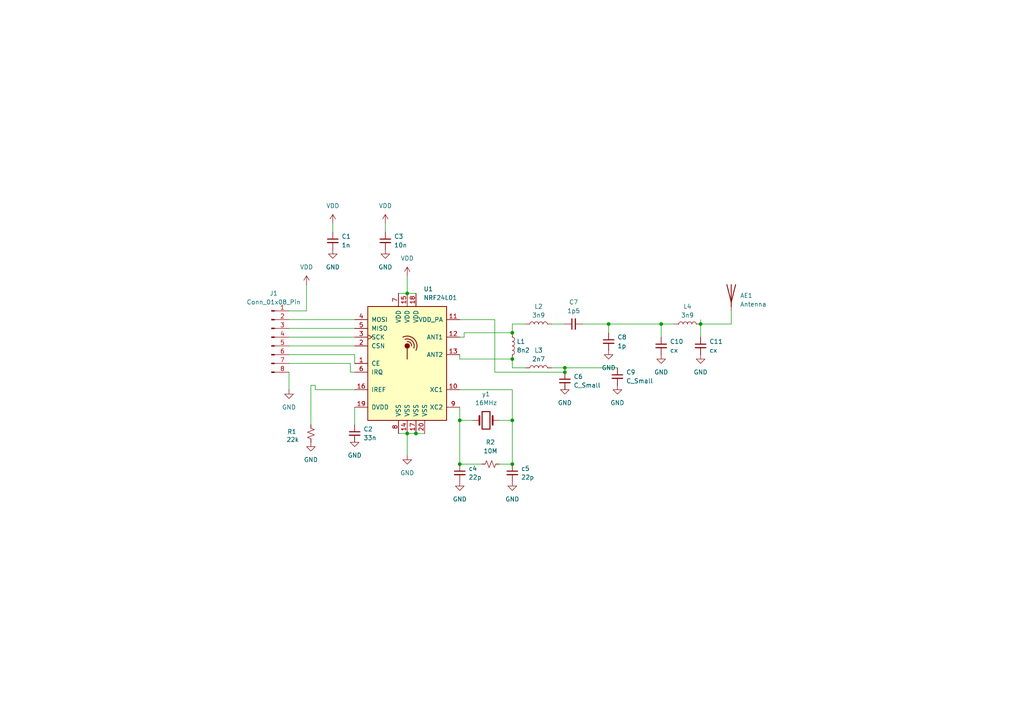
<source format=kicad_sch>
(kicad_sch
	(version 20231120)
	(generator "eeschema")
	(generator_version "8.0")
	(uuid "9f6ac9f3-15d7-423c-95a6-9f9d22fd1341")
	(paper "A4")
	(lib_symbols
		(symbol "Connector:Conn_01x08_Pin"
			(pin_names
				(offset 1.016) hide)
			(exclude_from_sim no)
			(in_bom yes)
			(on_board yes)
			(property "Reference" "J"
				(at 0 10.16 0)
				(effects
					(font
						(size 1.27 1.27)
					)
				)
			)
			(property "Value" "Conn_01x08_Pin"
				(at 0 -12.7 0)
				(effects
					(font
						(size 1.27 1.27)
					)
				)
			)
			(property "Footprint" ""
				(at 0 0 0)
				(effects
					(font
						(size 1.27 1.27)
					)
					(hide yes)
				)
			)
			(property "Datasheet" "~"
				(at 0 0 0)
				(effects
					(font
						(size 1.27 1.27)
					)
					(hide yes)
				)
			)
			(property "Description" "Generic connector, single row, 01x08, script generated"
				(at 0 0 0)
				(effects
					(font
						(size 1.27 1.27)
					)
					(hide yes)
				)
			)
			(property "ki_locked" ""
				(at 0 0 0)
				(effects
					(font
						(size 1.27 1.27)
					)
				)
			)
			(property "ki_keywords" "connector"
				(at 0 0 0)
				(effects
					(font
						(size 1.27 1.27)
					)
					(hide yes)
				)
			)
			(property "ki_fp_filters" "Connector*:*_1x??_*"
				(at 0 0 0)
				(effects
					(font
						(size 1.27 1.27)
					)
					(hide yes)
				)
			)
			(symbol "Conn_01x08_Pin_1_1"
				(polyline
					(pts
						(xy 1.27 -10.16) (xy 0.8636 -10.16)
					)
					(stroke
						(width 0.1524)
						(type default)
					)
					(fill
						(type none)
					)
				)
				(polyline
					(pts
						(xy 1.27 -7.62) (xy 0.8636 -7.62)
					)
					(stroke
						(width 0.1524)
						(type default)
					)
					(fill
						(type none)
					)
				)
				(polyline
					(pts
						(xy 1.27 -5.08) (xy 0.8636 -5.08)
					)
					(stroke
						(width 0.1524)
						(type default)
					)
					(fill
						(type none)
					)
				)
				(polyline
					(pts
						(xy 1.27 -2.54) (xy 0.8636 -2.54)
					)
					(stroke
						(width 0.1524)
						(type default)
					)
					(fill
						(type none)
					)
				)
				(polyline
					(pts
						(xy 1.27 0) (xy 0.8636 0)
					)
					(stroke
						(width 0.1524)
						(type default)
					)
					(fill
						(type none)
					)
				)
				(polyline
					(pts
						(xy 1.27 2.54) (xy 0.8636 2.54)
					)
					(stroke
						(width 0.1524)
						(type default)
					)
					(fill
						(type none)
					)
				)
				(polyline
					(pts
						(xy 1.27 5.08) (xy 0.8636 5.08)
					)
					(stroke
						(width 0.1524)
						(type default)
					)
					(fill
						(type none)
					)
				)
				(polyline
					(pts
						(xy 1.27 7.62) (xy 0.8636 7.62)
					)
					(stroke
						(width 0.1524)
						(type default)
					)
					(fill
						(type none)
					)
				)
				(rectangle
					(start 0.8636 -10.033)
					(end 0 -10.287)
					(stroke
						(width 0.1524)
						(type default)
					)
					(fill
						(type outline)
					)
				)
				(rectangle
					(start 0.8636 -7.493)
					(end 0 -7.747)
					(stroke
						(width 0.1524)
						(type default)
					)
					(fill
						(type outline)
					)
				)
				(rectangle
					(start 0.8636 -4.953)
					(end 0 -5.207)
					(stroke
						(width 0.1524)
						(type default)
					)
					(fill
						(type outline)
					)
				)
				(rectangle
					(start 0.8636 -2.413)
					(end 0 -2.667)
					(stroke
						(width 0.1524)
						(type default)
					)
					(fill
						(type outline)
					)
				)
				(rectangle
					(start 0.8636 0.127)
					(end 0 -0.127)
					(stroke
						(width 0.1524)
						(type default)
					)
					(fill
						(type outline)
					)
				)
				(rectangle
					(start 0.8636 2.667)
					(end 0 2.413)
					(stroke
						(width 0.1524)
						(type default)
					)
					(fill
						(type outline)
					)
				)
				(rectangle
					(start 0.8636 5.207)
					(end 0 4.953)
					(stroke
						(width 0.1524)
						(type default)
					)
					(fill
						(type outline)
					)
				)
				(rectangle
					(start 0.8636 7.747)
					(end 0 7.493)
					(stroke
						(width 0.1524)
						(type default)
					)
					(fill
						(type outline)
					)
				)
				(pin passive line
					(at 5.08 7.62 180)
					(length 3.81)
					(name "Pin_1"
						(effects
							(font
								(size 1.27 1.27)
							)
						)
					)
					(number "1"
						(effects
							(font
								(size 1.27 1.27)
							)
						)
					)
				)
				(pin passive line
					(at 5.08 5.08 180)
					(length 3.81)
					(name "Pin_2"
						(effects
							(font
								(size 1.27 1.27)
							)
						)
					)
					(number "2"
						(effects
							(font
								(size 1.27 1.27)
							)
						)
					)
				)
				(pin passive line
					(at 5.08 2.54 180)
					(length 3.81)
					(name "Pin_3"
						(effects
							(font
								(size 1.27 1.27)
							)
						)
					)
					(number "3"
						(effects
							(font
								(size 1.27 1.27)
							)
						)
					)
				)
				(pin passive line
					(at 5.08 0 180)
					(length 3.81)
					(name "Pin_4"
						(effects
							(font
								(size 1.27 1.27)
							)
						)
					)
					(number "4"
						(effects
							(font
								(size 1.27 1.27)
							)
						)
					)
				)
				(pin passive line
					(at 5.08 -2.54 180)
					(length 3.81)
					(name "Pin_5"
						(effects
							(font
								(size 1.27 1.27)
							)
						)
					)
					(number "5"
						(effects
							(font
								(size 1.27 1.27)
							)
						)
					)
				)
				(pin passive line
					(at 5.08 -5.08 180)
					(length 3.81)
					(name "Pin_6"
						(effects
							(font
								(size 1.27 1.27)
							)
						)
					)
					(number "6"
						(effects
							(font
								(size 1.27 1.27)
							)
						)
					)
				)
				(pin passive line
					(at 5.08 -7.62 180)
					(length 3.81)
					(name "Pin_7"
						(effects
							(font
								(size 1.27 1.27)
							)
						)
					)
					(number "7"
						(effects
							(font
								(size 1.27 1.27)
							)
						)
					)
				)
				(pin passive line
					(at 5.08 -10.16 180)
					(length 3.81)
					(name "Pin_8"
						(effects
							(font
								(size 1.27 1.27)
							)
						)
					)
					(number "8"
						(effects
							(font
								(size 1.27 1.27)
							)
						)
					)
				)
			)
		)
		(symbol "Device:Antenna"
			(pin_numbers hide)
			(pin_names
				(offset 1.016) hide)
			(exclude_from_sim no)
			(in_bom yes)
			(on_board yes)
			(property "Reference" "AE"
				(at -1.905 1.905 0)
				(effects
					(font
						(size 1.27 1.27)
					)
					(justify right)
				)
			)
			(property "Value" "Antenna"
				(at -1.905 0 0)
				(effects
					(font
						(size 1.27 1.27)
					)
					(justify right)
				)
			)
			(property "Footprint" ""
				(at 0 0 0)
				(effects
					(font
						(size 1.27 1.27)
					)
					(hide yes)
				)
			)
			(property "Datasheet" "~"
				(at 0 0 0)
				(effects
					(font
						(size 1.27 1.27)
					)
					(hide yes)
				)
			)
			(property "Description" "Antenna"
				(at 0 0 0)
				(effects
					(font
						(size 1.27 1.27)
					)
					(hide yes)
				)
			)
			(property "ki_keywords" "antenna"
				(at 0 0 0)
				(effects
					(font
						(size 1.27 1.27)
					)
					(hide yes)
				)
			)
			(symbol "Antenna_0_1"
				(polyline
					(pts
						(xy 0 2.54) (xy 0 -3.81)
					)
					(stroke
						(width 0.254)
						(type default)
					)
					(fill
						(type none)
					)
				)
				(polyline
					(pts
						(xy 1.27 2.54) (xy 0 -2.54) (xy -1.27 2.54)
					)
					(stroke
						(width 0.254)
						(type default)
					)
					(fill
						(type none)
					)
				)
			)
			(symbol "Antenna_1_1"
				(pin input line
					(at 0 -5.08 90)
					(length 2.54)
					(name "A"
						(effects
							(font
								(size 1.27 1.27)
							)
						)
					)
					(number "1"
						(effects
							(font
								(size 1.27 1.27)
							)
						)
					)
				)
			)
		)
		(symbol "Device:C_Small"
			(pin_numbers hide)
			(pin_names
				(offset 0.254) hide)
			(exclude_from_sim no)
			(in_bom yes)
			(on_board yes)
			(property "Reference" "C"
				(at 0.254 1.778 0)
				(effects
					(font
						(size 1.27 1.27)
					)
					(justify left)
				)
			)
			(property "Value" "C_Small"
				(at 0.254 -2.032 0)
				(effects
					(font
						(size 1.27 1.27)
					)
					(justify left)
				)
			)
			(property "Footprint" ""
				(at 0 0 0)
				(effects
					(font
						(size 1.27 1.27)
					)
					(hide yes)
				)
			)
			(property "Datasheet" "~"
				(at 0 0 0)
				(effects
					(font
						(size 1.27 1.27)
					)
					(hide yes)
				)
			)
			(property "Description" "Unpolarized capacitor, small symbol"
				(at 0 0 0)
				(effects
					(font
						(size 1.27 1.27)
					)
					(hide yes)
				)
			)
			(property "ki_keywords" "capacitor cap"
				(at 0 0 0)
				(effects
					(font
						(size 1.27 1.27)
					)
					(hide yes)
				)
			)
			(property "ki_fp_filters" "C_*"
				(at 0 0 0)
				(effects
					(font
						(size 1.27 1.27)
					)
					(hide yes)
				)
			)
			(symbol "C_Small_0_1"
				(polyline
					(pts
						(xy -1.524 -0.508) (xy 1.524 -0.508)
					)
					(stroke
						(width 0.3302)
						(type default)
					)
					(fill
						(type none)
					)
				)
				(polyline
					(pts
						(xy -1.524 0.508) (xy 1.524 0.508)
					)
					(stroke
						(width 0.3048)
						(type default)
					)
					(fill
						(type none)
					)
				)
			)
			(symbol "C_Small_1_1"
				(pin passive line
					(at 0 2.54 270)
					(length 2.032)
					(name "~"
						(effects
							(font
								(size 1.27 1.27)
							)
						)
					)
					(number "1"
						(effects
							(font
								(size 1.27 1.27)
							)
						)
					)
				)
				(pin passive line
					(at 0 -2.54 90)
					(length 2.032)
					(name "~"
						(effects
							(font
								(size 1.27 1.27)
							)
						)
					)
					(number "2"
						(effects
							(font
								(size 1.27 1.27)
							)
						)
					)
				)
			)
		)
		(symbol "Device:Crystal"
			(pin_numbers hide)
			(pin_names
				(offset 1.016) hide)
			(exclude_from_sim no)
			(in_bom yes)
			(on_board yes)
			(property "Reference" "Y"
				(at 0 3.81 0)
				(effects
					(font
						(size 1.27 1.27)
					)
				)
			)
			(property "Value" "Crystal"
				(at 0 -3.81 0)
				(effects
					(font
						(size 1.27 1.27)
					)
				)
			)
			(property "Footprint" ""
				(at 0 0 0)
				(effects
					(font
						(size 1.27 1.27)
					)
					(hide yes)
				)
			)
			(property "Datasheet" "~"
				(at 0 0 0)
				(effects
					(font
						(size 1.27 1.27)
					)
					(hide yes)
				)
			)
			(property "Description" "Two pin crystal"
				(at 0 0 0)
				(effects
					(font
						(size 1.27 1.27)
					)
					(hide yes)
				)
			)
			(property "ki_keywords" "quartz ceramic resonator oscillator"
				(at 0 0 0)
				(effects
					(font
						(size 1.27 1.27)
					)
					(hide yes)
				)
			)
			(property "ki_fp_filters" "Crystal*"
				(at 0 0 0)
				(effects
					(font
						(size 1.27 1.27)
					)
					(hide yes)
				)
			)
			(symbol "Crystal_0_1"
				(rectangle
					(start -1.143 2.54)
					(end 1.143 -2.54)
					(stroke
						(width 0.3048)
						(type default)
					)
					(fill
						(type none)
					)
				)
				(polyline
					(pts
						(xy -2.54 0) (xy -1.905 0)
					)
					(stroke
						(width 0)
						(type default)
					)
					(fill
						(type none)
					)
				)
				(polyline
					(pts
						(xy -1.905 -1.27) (xy -1.905 1.27)
					)
					(stroke
						(width 0.508)
						(type default)
					)
					(fill
						(type none)
					)
				)
				(polyline
					(pts
						(xy 1.905 -1.27) (xy 1.905 1.27)
					)
					(stroke
						(width 0.508)
						(type default)
					)
					(fill
						(type none)
					)
				)
				(polyline
					(pts
						(xy 2.54 0) (xy 1.905 0)
					)
					(stroke
						(width 0)
						(type default)
					)
					(fill
						(type none)
					)
				)
			)
			(symbol "Crystal_1_1"
				(pin passive line
					(at -3.81 0 0)
					(length 1.27)
					(name "1"
						(effects
							(font
								(size 1.27 1.27)
							)
						)
					)
					(number "1"
						(effects
							(font
								(size 1.27 1.27)
							)
						)
					)
				)
				(pin passive line
					(at 3.81 0 180)
					(length 1.27)
					(name "2"
						(effects
							(font
								(size 1.27 1.27)
							)
						)
					)
					(number "2"
						(effects
							(font
								(size 1.27 1.27)
							)
						)
					)
				)
			)
		)
		(symbol "Device:L"
			(pin_numbers hide)
			(pin_names
				(offset 1.016) hide)
			(exclude_from_sim no)
			(in_bom yes)
			(on_board yes)
			(property "Reference" "L"
				(at -1.27 0 90)
				(effects
					(font
						(size 1.27 1.27)
					)
				)
			)
			(property "Value" "L"
				(at 1.905 0 90)
				(effects
					(font
						(size 1.27 1.27)
					)
				)
			)
			(property "Footprint" ""
				(at 0 0 0)
				(effects
					(font
						(size 1.27 1.27)
					)
					(hide yes)
				)
			)
			(property "Datasheet" "~"
				(at 0 0 0)
				(effects
					(font
						(size 1.27 1.27)
					)
					(hide yes)
				)
			)
			(property "Description" "Inductor"
				(at 0 0 0)
				(effects
					(font
						(size 1.27 1.27)
					)
					(hide yes)
				)
			)
			(property "ki_keywords" "inductor choke coil reactor magnetic"
				(at 0 0 0)
				(effects
					(font
						(size 1.27 1.27)
					)
					(hide yes)
				)
			)
			(property "ki_fp_filters" "Choke_* *Coil* Inductor_* L_*"
				(at 0 0 0)
				(effects
					(font
						(size 1.27 1.27)
					)
					(hide yes)
				)
			)
			(symbol "L_0_1"
				(arc
					(start 0 -2.54)
					(mid 0.6323 -1.905)
					(end 0 -1.27)
					(stroke
						(width 0)
						(type default)
					)
					(fill
						(type none)
					)
				)
				(arc
					(start 0 -1.27)
					(mid 0.6323 -0.635)
					(end 0 0)
					(stroke
						(width 0)
						(type default)
					)
					(fill
						(type none)
					)
				)
				(arc
					(start 0 0)
					(mid 0.6323 0.635)
					(end 0 1.27)
					(stroke
						(width 0)
						(type default)
					)
					(fill
						(type none)
					)
				)
				(arc
					(start 0 1.27)
					(mid 0.6323 1.905)
					(end 0 2.54)
					(stroke
						(width 0)
						(type default)
					)
					(fill
						(type none)
					)
				)
			)
			(symbol "L_1_1"
				(pin passive line
					(at 0 3.81 270)
					(length 1.27)
					(name "1"
						(effects
							(font
								(size 1.27 1.27)
							)
						)
					)
					(number "1"
						(effects
							(font
								(size 1.27 1.27)
							)
						)
					)
				)
				(pin passive line
					(at 0 -3.81 90)
					(length 1.27)
					(name "2"
						(effects
							(font
								(size 1.27 1.27)
							)
						)
					)
					(number "2"
						(effects
							(font
								(size 1.27 1.27)
							)
						)
					)
				)
			)
		)
		(symbol "Device:R_Small_US"
			(pin_numbers hide)
			(pin_names
				(offset 0.254) hide)
			(exclude_from_sim no)
			(in_bom yes)
			(on_board yes)
			(property "Reference" "R"
				(at 0.762 0.508 0)
				(effects
					(font
						(size 1.27 1.27)
					)
					(justify left)
				)
			)
			(property "Value" "R_Small_US"
				(at 0.762 -1.016 0)
				(effects
					(font
						(size 1.27 1.27)
					)
					(justify left)
				)
			)
			(property "Footprint" ""
				(at 0 0 0)
				(effects
					(font
						(size 1.27 1.27)
					)
					(hide yes)
				)
			)
			(property "Datasheet" "~"
				(at 0 0 0)
				(effects
					(font
						(size 1.27 1.27)
					)
					(hide yes)
				)
			)
			(property "Description" "Resistor, small US symbol"
				(at 0 0 0)
				(effects
					(font
						(size 1.27 1.27)
					)
					(hide yes)
				)
			)
			(property "ki_keywords" "r resistor"
				(at 0 0 0)
				(effects
					(font
						(size 1.27 1.27)
					)
					(hide yes)
				)
			)
			(property "ki_fp_filters" "R_*"
				(at 0 0 0)
				(effects
					(font
						(size 1.27 1.27)
					)
					(hide yes)
				)
			)
			(symbol "R_Small_US_1_1"
				(polyline
					(pts
						(xy 0 0) (xy 1.016 -0.381) (xy 0 -0.762) (xy -1.016 -1.143) (xy 0 -1.524)
					)
					(stroke
						(width 0)
						(type default)
					)
					(fill
						(type none)
					)
				)
				(polyline
					(pts
						(xy 0 1.524) (xy 1.016 1.143) (xy 0 0.762) (xy -1.016 0.381) (xy 0 0)
					)
					(stroke
						(width 0)
						(type default)
					)
					(fill
						(type none)
					)
				)
				(pin passive line
					(at 0 2.54 270)
					(length 1.016)
					(name "~"
						(effects
							(font
								(size 1.27 1.27)
							)
						)
					)
					(number "1"
						(effects
							(font
								(size 1.27 1.27)
							)
						)
					)
				)
				(pin passive line
					(at 0 -2.54 90)
					(length 1.016)
					(name "~"
						(effects
							(font
								(size 1.27 1.27)
							)
						)
					)
					(number "2"
						(effects
							(font
								(size 1.27 1.27)
							)
						)
					)
				)
			)
		)
		(symbol "RF:NRF24L01"
			(pin_names
				(offset 1.016)
			)
			(exclude_from_sim no)
			(in_bom yes)
			(on_board yes)
			(property "Reference" "U"
				(at -11.43 17.78 0)
				(effects
					(font
						(size 1.27 1.27)
					)
					(justify left)
				)
			)
			(property "Value" "NRF24L01"
				(at 5.08 17.78 0)
				(effects
					(font
						(size 1.27 1.27)
					)
					(justify left)
				)
			)
			(property "Footprint" "Package_DFN_QFN:QFN-20-1EP_4x4mm_P0.5mm_EP2.5x2.5mm"
				(at 5.08 20.32 0)
				(effects
					(font
						(size 1.27 1.27)
						(italic yes)
					)
					(justify left)
					(hide yes)
				)
			)
			(property "Datasheet" "http://www.nordicsemi.com/eng/content/download/2730/34105/file/nRF24L01_Product_Specification_v2_0.pdf"
				(at 0 2.54 0)
				(effects
					(font
						(size 1.27 1.27)
					)
					(hide yes)
				)
			)
			(property "Description" "Ultra low power 2.4GHz RF Transceiver, QFN-20"
				(at 0 0 0)
				(effects
					(font
						(size 1.27 1.27)
					)
					(hide yes)
				)
			)
			(property "ki_keywords" "Low Power RF Transceiver"
				(at 0 0 0)
				(effects
					(font
						(size 1.27 1.27)
					)
					(hide yes)
				)
			)
			(property "ki_fp_filters" "QFN*4x4*0.5mm*"
				(at 0 0 0)
				(effects
					(font
						(size 1.27 1.27)
					)
					(hide yes)
				)
			)
			(symbol "NRF24L01_0_1"
				(rectangle
					(start -11.43 16.51)
					(end 11.43 -16.51)
					(stroke
						(width 0.254)
						(type default)
					)
					(fill
						(type background)
					)
				)
				(polyline
					(pts
						(xy 0 4.445) (xy 0 1.27)
					)
					(stroke
						(width 0.254)
						(type default)
					)
					(fill
						(type none)
					)
				)
				(circle
					(center 0 5.08)
					(radius 0.635)
					(stroke
						(width 0.254)
						(type default)
					)
					(fill
						(type outline)
					)
				)
				(arc
					(start 1.27 5.08)
					(mid 0.9071 5.9946)
					(end 0 6.35)
					(stroke
						(width 0.254)
						(type default)
					)
					(fill
						(type none)
					)
				)
				(arc
					(start 1.905 4.445)
					(mid 1.4313 6.5254)
					(end -0.635 6.985)
					(stroke
						(width 0.254)
						(type default)
					)
					(fill
						(type none)
					)
				)
				(arc
					(start 2.54 3.81)
					(mid 2.008 7.088)
					(end -1.27 7.62)
					(stroke
						(width 0.254)
						(type default)
					)
					(fill
						(type none)
					)
				)
				(rectangle
					(start 11.43 -13.97)
					(end 11.43 -13.97)
					(stroke
						(width 0)
						(type default)
					)
					(fill
						(type none)
					)
				)
			)
			(symbol "NRF24L01_1_1"
				(pin input line
					(at -15.24 0 0)
					(length 3.81)
					(name "CE"
						(effects
							(font
								(size 1.27 1.27)
							)
						)
					)
					(number "1"
						(effects
							(font
								(size 1.27 1.27)
							)
						)
					)
				)
				(pin passive line
					(at 15.24 -7.62 180)
					(length 3.81)
					(name "XC1"
						(effects
							(font
								(size 1.27 1.27)
							)
						)
					)
					(number "10"
						(effects
							(font
								(size 1.27 1.27)
							)
						)
					)
				)
				(pin power_out line
					(at 15.24 12.7 180)
					(length 3.81)
					(name "VDD_PA"
						(effects
							(font
								(size 1.27 1.27)
							)
						)
					)
					(number "11"
						(effects
							(font
								(size 1.27 1.27)
							)
						)
					)
				)
				(pin passive line
					(at 15.24 7.62 180)
					(length 3.81)
					(name "ANT1"
						(effects
							(font
								(size 1.27 1.27)
							)
						)
					)
					(number "12"
						(effects
							(font
								(size 1.27 1.27)
							)
						)
					)
				)
				(pin passive line
					(at 15.24 2.54 180)
					(length 3.81)
					(name "ANT2"
						(effects
							(font
								(size 1.27 1.27)
							)
						)
					)
					(number "13"
						(effects
							(font
								(size 1.27 1.27)
							)
						)
					)
				)
				(pin power_in line
					(at 0 -20.32 90)
					(length 3.81)
					(name "VSS"
						(effects
							(font
								(size 1.27 1.27)
							)
						)
					)
					(number "14"
						(effects
							(font
								(size 1.27 1.27)
							)
						)
					)
				)
				(pin power_in line
					(at 0 20.32 270)
					(length 3.81)
					(name "VDD"
						(effects
							(font
								(size 1.27 1.27)
							)
						)
					)
					(number "15"
						(effects
							(font
								(size 1.27 1.27)
							)
						)
					)
				)
				(pin passive line
					(at -15.24 -7.62 0)
					(length 3.81)
					(name "IREF"
						(effects
							(font
								(size 1.27 1.27)
							)
						)
					)
					(number "16"
						(effects
							(font
								(size 1.27 1.27)
							)
						)
					)
				)
				(pin power_in line
					(at 2.54 -20.32 90)
					(length 3.81)
					(name "VSS"
						(effects
							(font
								(size 1.27 1.27)
							)
						)
					)
					(number "17"
						(effects
							(font
								(size 1.27 1.27)
							)
						)
					)
				)
				(pin power_in line
					(at 2.54 20.32 270)
					(length 3.81)
					(name "VDD"
						(effects
							(font
								(size 1.27 1.27)
							)
						)
					)
					(number "18"
						(effects
							(font
								(size 1.27 1.27)
							)
						)
					)
				)
				(pin power_out line
					(at -15.24 -12.7 0)
					(length 3.81)
					(name "DVDD"
						(effects
							(font
								(size 1.27 1.27)
							)
						)
					)
					(number "19"
						(effects
							(font
								(size 1.27 1.27)
							)
						)
					)
				)
				(pin input line
					(at -15.24 5.08 0)
					(length 3.81)
					(name "CSN"
						(effects
							(font
								(size 1.27 1.27)
							)
						)
					)
					(number "2"
						(effects
							(font
								(size 1.27 1.27)
							)
						)
					)
				)
				(pin power_in line
					(at 5.08 -20.32 90)
					(length 3.81)
					(name "VSS"
						(effects
							(font
								(size 1.27 1.27)
							)
						)
					)
					(number "20"
						(effects
							(font
								(size 1.27 1.27)
							)
						)
					)
				)
				(pin input clock
					(at -15.24 7.62 0)
					(length 3.81)
					(name "SCK"
						(effects
							(font
								(size 1.27 1.27)
							)
						)
					)
					(number "3"
						(effects
							(font
								(size 1.27 1.27)
							)
						)
					)
				)
				(pin input line
					(at -15.24 12.7 0)
					(length 3.81)
					(name "MOSI"
						(effects
							(font
								(size 1.27 1.27)
							)
						)
					)
					(number "4"
						(effects
							(font
								(size 1.27 1.27)
							)
						)
					)
				)
				(pin output line
					(at -15.24 10.16 0)
					(length 3.81)
					(name "MISO"
						(effects
							(font
								(size 1.27 1.27)
							)
						)
					)
					(number "5"
						(effects
							(font
								(size 1.27 1.27)
							)
						)
					)
				)
				(pin output line
					(at -15.24 -2.54 0)
					(length 3.81)
					(name "IRQ"
						(effects
							(font
								(size 1.27 1.27)
							)
						)
					)
					(number "6"
						(effects
							(font
								(size 1.27 1.27)
							)
						)
					)
				)
				(pin power_in line
					(at -2.54 20.32 270)
					(length 3.81)
					(name "VDD"
						(effects
							(font
								(size 1.27 1.27)
							)
						)
					)
					(number "7"
						(effects
							(font
								(size 1.27 1.27)
							)
						)
					)
				)
				(pin power_in line
					(at -2.54 -20.32 90)
					(length 3.81)
					(name "VSS"
						(effects
							(font
								(size 1.27 1.27)
							)
						)
					)
					(number "8"
						(effects
							(font
								(size 1.27 1.27)
							)
						)
					)
				)
				(pin passive line
					(at 15.24 -12.7 180)
					(length 3.81)
					(name "XC2"
						(effects
							(font
								(size 1.27 1.27)
							)
						)
					)
					(number "9"
						(effects
							(font
								(size 1.27 1.27)
							)
						)
					)
				)
			)
		)
		(symbol "power:GND"
			(power)
			(pin_numbers hide)
			(pin_names
				(offset 0) hide)
			(exclude_from_sim no)
			(in_bom yes)
			(on_board yes)
			(property "Reference" "#PWR"
				(at 0 -6.35 0)
				(effects
					(font
						(size 1.27 1.27)
					)
					(hide yes)
				)
			)
			(property "Value" "GND"
				(at 0 -3.81 0)
				(effects
					(font
						(size 1.27 1.27)
					)
				)
			)
			(property "Footprint" ""
				(at 0 0 0)
				(effects
					(font
						(size 1.27 1.27)
					)
					(hide yes)
				)
			)
			(property "Datasheet" ""
				(at 0 0 0)
				(effects
					(font
						(size 1.27 1.27)
					)
					(hide yes)
				)
			)
			(property "Description" "Power symbol creates a global label with name \"GND\" , ground"
				(at 0 0 0)
				(effects
					(font
						(size 1.27 1.27)
					)
					(hide yes)
				)
			)
			(property "ki_keywords" "global power"
				(at 0 0 0)
				(effects
					(font
						(size 1.27 1.27)
					)
					(hide yes)
				)
			)
			(symbol "GND_0_1"
				(polyline
					(pts
						(xy 0 0) (xy 0 -1.27) (xy 1.27 -1.27) (xy 0 -2.54) (xy -1.27 -1.27) (xy 0 -1.27)
					)
					(stroke
						(width 0)
						(type default)
					)
					(fill
						(type none)
					)
				)
			)
			(symbol "GND_1_1"
				(pin power_in line
					(at 0 0 270)
					(length 0)
					(name "~"
						(effects
							(font
								(size 1.27 1.27)
							)
						)
					)
					(number "1"
						(effects
							(font
								(size 1.27 1.27)
							)
						)
					)
				)
			)
		)
		(symbol "power:VDD"
			(power)
			(pin_numbers hide)
			(pin_names
				(offset 0) hide)
			(exclude_from_sim no)
			(in_bom yes)
			(on_board yes)
			(property "Reference" "#PWR"
				(at 0 -3.81 0)
				(effects
					(font
						(size 1.27 1.27)
					)
					(hide yes)
				)
			)
			(property "Value" "VDD"
				(at 0 3.556 0)
				(effects
					(font
						(size 1.27 1.27)
					)
				)
			)
			(property "Footprint" ""
				(at 0 0 0)
				(effects
					(font
						(size 1.27 1.27)
					)
					(hide yes)
				)
			)
			(property "Datasheet" ""
				(at 0 0 0)
				(effects
					(font
						(size 1.27 1.27)
					)
					(hide yes)
				)
			)
			(property "Description" "Power symbol creates a global label with name \"VDD\""
				(at 0 0 0)
				(effects
					(font
						(size 1.27 1.27)
					)
					(hide yes)
				)
			)
			(property "ki_keywords" "global power"
				(at 0 0 0)
				(effects
					(font
						(size 1.27 1.27)
					)
					(hide yes)
				)
			)
			(symbol "VDD_0_1"
				(polyline
					(pts
						(xy -0.762 1.27) (xy 0 2.54)
					)
					(stroke
						(width 0)
						(type default)
					)
					(fill
						(type none)
					)
				)
				(polyline
					(pts
						(xy 0 0) (xy 0 2.54)
					)
					(stroke
						(width 0)
						(type default)
					)
					(fill
						(type none)
					)
				)
				(polyline
					(pts
						(xy 0 2.54) (xy 0.762 1.27)
					)
					(stroke
						(width 0)
						(type default)
					)
					(fill
						(type none)
					)
				)
			)
			(symbol "VDD_1_1"
				(pin power_in line
					(at 0 0 90)
					(length 0)
					(name "~"
						(effects
							(font
								(size 1.27 1.27)
							)
						)
					)
					(number "1"
						(effects
							(font
								(size 1.27 1.27)
							)
						)
					)
				)
			)
		)
	)
	(junction
		(at 203.2 93.98)
		(diameter 0)
		(color 0 0 0 0)
		(uuid "07224576-c9ff-4428-9772-e3f41086c42d")
	)
	(junction
		(at 133.35 134.62)
		(diameter 0)
		(color 0 0 0 0)
		(uuid "21510cab-5645-4ec0-8b0c-b8ea431c7629")
	)
	(junction
		(at 163.83 106.68)
		(diameter 0)
		(color 0 0 0 0)
		(uuid "3e30c5d0-ac63-43b9-9906-2e8c81b7ec18")
	)
	(junction
		(at 163.83 107.95)
		(diameter 0)
		(color 0 0 0 0)
		(uuid "4f65f89c-aed5-43b9-8284-49bc24f280ab")
	)
	(junction
		(at 118.11 125.73)
		(diameter 0)
		(color 0 0 0 0)
		(uuid "5bed8612-a489-4722-bd1f-0ccf92490fa7")
	)
	(junction
		(at 148.59 96.52)
		(diameter 0)
		(color 0 0 0 0)
		(uuid "6f9fca24-2f6b-4997-a8b7-e07e40d02f91")
	)
	(junction
		(at 118.11 85.09)
		(diameter 0)
		(color 0 0 0 0)
		(uuid "7dca595d-06a9-49d2-b1f5-f72b312340f5")
	)
	(junction
		(at 148.59 134.62)
		(diameter 0)
		(color 0 0 0 0)
		(uuid "a4825860-d6dd-4566-a124-c219880ff66b")
	)
	(junction
		(at 148.59 104.14)
		(diameter 0)
		(color 0 0 0 0)
		(uuid "ad60a708-274d-4a36-b9e0-3c215243cecc")
	)
	(junction
		(at 148.59 121.92)
		(diameter 0)
		(color 0 0 0 0)
		(uuid "bf290e5e-8f38-4a99-aa74-a20ff49a9b23")
	)
	(junction
		(at 120.65 125.73)
		(diameter 0)
		(color 0 0 0 0)
		(uuid "c7da88aa-5ebe-47a7-aba5-2327587b2732")
	)
	(junction
		(at 176.53 93.98)
		(diameter 0)
		(color 0 0 0 0)
		(uuid "e3757f38-dd27-48e8-b38e-4ab46e1e54a5")
	)
	(junction
		(at 191.77 93.98)
		(diameter 0)
		(color 0 0 0 0)
		(uuid "eb8f3c88-ea3f-4bad-aba1-3bcf6f6ab2a7")
	)
	(junction
		(at 133.35 121.92)
		(diameter 0)
		(color 0 0 0 0)
		(uuid "f65109e7-dcb7-4531-977f-94efbf8dde59")
	)
	(wire
		(pts
			(xy 133.35 97.79) (xy 134.62 97.79)
		)
		(stroke
			(width 0)
			(type default)
		)
		(uuid "01eb9c6f-eaaf-4bfe-a43b-68825ae86e1d")
	)
	(wire
		(pts
			(xy 83.82 105.41) (xy 101.6 105.41)
		)
		(stroke
			(width 0)
			(type default)
		)
		(uuid "03995531-2332-4ef1-97fd-1e5c59215f59")
	)
	(wire
		(pts
			(xy 143.51 92.71) (xy 143.51 107.95)
		)
		(stroke
			(width 0)
			(type default)
		)
		(uuid "077253cc-6fd5-4be2-82d4-453bdea72d90")
	)
	(wire
		(pts
			(xy 91.44 111.76) (xy 90.17 111.76)
		)
		(stroke
			(width 0)
			(type default)
		)
		(uuid "0c0689a1-dde4-4969-b060-f029a9d14d5f")
	)
	(wire
		(pts
			(xy 163.83 113.03) (xy 163.83 111.76)
		)
		(stroke
			(width 0)
			(type default)
		)
		(uuid "0cb091e7-ec3a-42cf-a3bf-03fbca74a555")
	)
	(wire
		(pts
			(xy 102.87 102.87) (xy 102.87 105.41)
		)
		(stroke
			(width 0)
			(type default)
		)
		(uuid "10fe452f-0b8d-4e78-a25d-9bea4282348c")
	)
	(wire
		(pts
			(xy 152.4 93.98) (xy 148.59 93.98)
		)
		(stroke
			(width 0)
			(type default)
		)
		(uuid "12c7fa94-9b3b-48e7-9207-399a89ffadd9")
	)
	(wire
		(pts
			(xy 133.35 92.71) (xy 143.51 92.71)
		)
		(stroke
			(width 0)
			(type default)
		)
		(uuid "1b6c7d09-91a8-409d-b19e-05f3db64452e")
	)
	(wire
		(pts
			(xy 176.53 93.98) (xy 176.53 96.52)
		)
		(stroke
			(width 0)
			(type default)
		)
		(uuid "1c69aea4-e2e6-4334-9db3-259aa9578589")
	)
	(wire
		(pts
			(xy 160.02 106.68) (xy 163.83 106.68)
		)
		(stroke
			(width 0)
			(type default)
		)
		(uuid "1cf929a7-f328-4b8f-bc31-c8bec32fd51b")
	)
	(wire
		(pts
			(xy 115.57 125.73) (xy 118.11 125.73)
		)
		(stroke
			(width 0)
			(type default)
		)
		(uuid "1dd6453a-a06e-4e69-baac-10d2076d693e")
	)
	(wire
		(pts
			(xy 118.11 85.09) (xy 120.65 85.09)
		)
		(stroke
			(width 0)
			(type default)
		)
		(uuid "2b64e4b1-1c42-47c9-a304-3d77adcf74cb")
	)
	(wire
		(pts
			(xy 91.44 111.76) (xy 91.44 113.03)
		)
		(stroke
			(width 0)
			(type default)
		)
		(uuid "30261fa4-dad4-4448-b29d-f0ec1952a61c")
	)
	(wire
		(pts
			(xy 83.82 97.79) (xy 102.87 97.79)
		)
		(stroke
			(width 0)
			(type default)
		)
		(uuid "3a13179c-7748-4c6a-8ce1-5e498f58f711")
	)
	(wire
		(pts
			(xy 203.2 93.98) (xy 212.09 93.98)
		)
		(stroke
			(width 0)
			(type default)
		)
		(uuid "3a730353-a14b-4631-8f3a-01858b65bfd2")
	)
	(wire
		(pts
			(xy 144.78 134.62) (xy 148.59 134.62)
		)
		(stroke
			(width 0)
			(type default)
		)
		(uuid "3c1d5f2d-c587-4e5e-b80e-a241bd5170ea")
	)
	(wire
		(pts
			(xy 134.62 97.79) (xy 134.62 96.52)
		)
		(stroke
			(width 0)
			(type default)
		)
		(uuid "45f1f102-8137-4b1d-9b8d-77d5bc15a2b7")
	)
	(wire
		(pts
			(xy 115.57 85.09) (xy 118.11 85.09)
		)
		(stroke
			(width 0)
			(type default)
		)
		(uuid "485c416c-eb39-4f71-837e-910deb2c5726")
	)
	(wire
		(pts
			(xy 133.35 104.14) (xy 133.35 102.87)
		)
		(stroke
			(width 0)
			(type default)
		)
		(uuid "50447b74-b9fe-44e8-8145-b40cee83fc11")
	)
	(wire
		(pts
			(xy 101.6 107.95) (xy 101.6 105.41)
		)
		(stroke
			(width 0)
			(type default)
		)
		(uuid "520f3619-33bf-4de3-80a3-71ae669d7531")
	)
	(wire
		(pts
			(xy 133.35 104.14) (xy 148.59 104.14)
		)
		(stroke
			(width 0)
			(type default)
		)
		(uuid "5546277a-8d57-4422-82df-811e63e93c14")
	)
	(wire
		(pts
			(xy 96.52 64.77) (xy 96.52 67.31)
		)
		(stroke
			(width 0)
			(type default)
		)
		(uuid "5bc62dce-05d1-42d3-a7ea-d9e1a48cd278")
	)
	(wire
		(pts
			(xy 133.35 113.03) (xy 148.59 113.03)
		)
		(stroke
			(width 0)
			(type default)
		)
		(uuid "602908f7-f46e-4164-aabc-4c0cfe443d61")
	)
	(wire
		(pts
			(xy 148.59 121.92) (xy 148.59 134.62)
		)
		(stroke
			(width 0)
			(type default)
		)
		(uuid "656af6cd-ea55-4f23-b87b-2d998acb46ff")
	)
	(wire
		(pts
			(xy 83.82 92.71) (xy 102.87 92.71)
		)
		(stroke
			(width 0)
			(type default)
		)
		(uuid "67533a61-74f3-4e54-89de-5009d0d1db0c")
	)
	(wire
		(pts
			(xy 212.09 90.17) (xy 212.09 93.98)
		)
		(stroke
			(width 0)
			(type default)
		)
		(uuid "6eba73af-efb4-4ca1-93f9-6581b9c4011e")
	)
	(wire
		(pts
			(xy 148.59 106.68) (xy 148.59 104.14)
		)
		(stroke
			(width 0)
			(type default)
		)
		(uuid "6ee8ffb6-23bd-42e0-afda-e904e4670dea")
	)
	(wire
		(pts
			(xy 133.35 134.62) (xy 139.7 134.62)
		)
		(stroke
			(width 0)
			(type default)
		)
		(uuid "7324e310-33e5-46ad-8334-939d3d739354")
	)
	(wire
		(pts
			(xy 102.87 118.11) (xy 102.87 123.19)
		)
		(stroke
			(width 0)
			(type default)
		)
		(uuid "73540487-afd6-4041-9e72-b8c0a52249b1")
	)
	(wire
		(pts
			(xy 102.87 128.27) (xy 102.87 127)
		)
		(stroke
			(width 0)
			(type default)
		)
		(uuid "7571286b-e984-4dc9-b018-d08747c1d5cc")
	)
	(wire
		(pts
			(xy 118.11 125.73) (xy 120.65 125.73)
		)
		(stroke
			(width 0)
			(type default)
		)
		(uuid "79949dc1-7761-47ad-8c94-00a536d39959")
	)
	(wire
		(pts
			(xy 143.51 107.95) (xy 163.83 107.95)
		)
		(stroke
			(width 0)
			(type default)
		)
		(uuid "7e0f6571-b860-421c-a563-3ea42eafd8b6")
	)
	(wire
		(pts
			(xy 203.2 92.71) (xy 203.2 93.98)
		)
		(stroke
			(width 0)
			(type default)
		)
		(uuid "7e163ec7-6977-47d0-a026-6a0ed2741768")
	)
	(wire
		(pts
			(xy 148.59 113.03) (xy 148.59 121.92)
		)
		(stroke
			(width 0)
			(type default)
		)
		(uuid "8337b0e1-bc36-4db3-8f35-d49a6e055ea6")
	)
	(wire
		(pts
			(xy 148.59 93.98) (xy 148.59 96.52)
		)
		(stroke
			(width 0)
			(type default)
		)
		(uuid "86773519-49ce-494e-a4b0-cbdfc2609e21")
	)
	(wire
		(pts
			(xy 168.91 93.98) (xy 176.53 93.98)
		)
		(stroke
			(width 0)
			(type default)
		)
		(uuid "86cd154f-78c1-44eb-9195-56774ec1970b")
	)
	(wire
		(pts
			(xy 83.82 100.33) (xy 102.87 100.33)
		)
		(stroke
			(width 0)
			(type default)
		)
		(uuid "86ef2c0a-12a3-4e6c-af38-b77e0e428328")
	)
	(wire
		(pts
			(xy 83.82 102.87) (xy 102.87 102.87)
		)
		(stroke
			(width 0)
			(type default)
		)
		(uuid "8c967067-e909-4bff-a442-c21056f3aae0")
	)
	(wire
		(pts
			(xy 88.9 90.17) (xy 83.82 90.17)
		)
		(stroke
			(width 0)
			(type default)
		)
		(uuid "8f64e90f-ef18-4822-8ade-f695221a37d7")
	)
	(wire
		(pts
			(xy 133.35 118.11) (xy 133.35 121.92)
		)
		(stroke
			(width 0)
			(type default)
		)
		(uuid "93ccd46e-33a8-426d-9734-167da9317f11")
	)
	(wire
		(pts
			(xy 111.76 64.77) (xy 111.76 67.31)
		)
		(stroke
			(width 0)
			(type default)
		)
		(uuid "95e7cb7f-0379-49b4-ac2f-af59b0f0af29")
	)
	(wire
		(pts
			(xy 83.82 107.95) (xy 83.82 113.03)
		)
		(stroke
			(width 0)
			(type default)
		)
		(uuid "978b2d16-3b25-4e5f-8a04-3371caf77352")
	)
	(wire
		(pts
			(xy 203.2 93.98) (xy 203.2 97.79)
		)
		(stroke
			(width 0)
			(type default)
		)
		(uuid "9832824c-1392-45be-a153-415e16e4bce3")
	)
	(wire
		(pts
			(xy 83.82 95.25) (xy 102.87 95.25)
		)
		(stroke
			(width 0)
			(type default)
		)
		(uuid "a0e33b5c-cd31-4e97-9e82-07384309f1ca")
	)
	(wire
		(pts
			(xy 152.4 106.68) (xy 148.59 106.68)
		)
		(stroke
			(width 0)
			(type default)
		)
		(uuid "a5dc341e-897a-4ad6-8a2a-bf6bba59550b")
	)
	(wire
		(pts
			(xy 191.77 93.98) (xy 176.53 93.98)
		)
		(stroke
			(width 0)
			(type default)
		)
		(uuid "b1d2c329-172e-4cda-96f5-dc0d231ae17d")
	)
	(wire
		(pts
			(xy 91.44 113.03) (xy 102.87 113.03)
		)
		(stroke
			(width 0)
			(type default)
		)
		(uuid "b4224056-d160-426d-bd13-0fd8f9a09eed")
	)
	(wire
		(pts
			(xy 163.83 106.68) (xy 179.07 106.68)
		)
		(stroke
			(width 0)
			(type default)
		)
		(uuid "b4cea746-2540-4743-a6a8-d2b60028e940")
	)
	(wire
		(pts
			(xy 120.65 125.73) (xy 123.19 125.73)
		)
		(stroke
			(width 0)
			(type default)
		)
		(uuid "c3bcd8a8-30f3-484c-9e0d-5c8fde02ae55")
	)
	(wire
		(pts
			(xy 144.78 121.92) (xy 148.59 121.92)
		)
		(stroke
			(width 0)
			(type default)
		)
		(uuid "d23143e7-1832-4e32-8a8d-085e5130c866")
	)
	(wire
		(pts
			(xy 191.77 97.79) (xy 191.77 93.98)
		)
		(stroke
			(width 0)
			(type default)
		)
		(uuid "d3cca9c1-a695-46fb-bc6e-610e62741117")
	)
	(wire
		(pts
			(xy 191.77 93.98) (xy 195.58 93.98)
		)
		(stroke
			(width 0)
			(type default)
		)
		(uuid "dac6150a-ee34-43e8-b2f5-1f9fc314ecd0")
	)
	(wire
		(pts
			(xy 90.17 111.76) (xy 90.17 123.19)
		)
		(stroke
			(width 0)
			(type default)
		)
		(uuid "dc8fb23e-0ce3-4cfa-8f0e-71d3c5ba73c5")
	)
	(wire
		(pts
			(xy 133.35 121.92) (xy 137.16 121.92)
		)
		(stroke
			(width 0)
			(type default)
		)
		(uuid "e01c9ce1-4864-409e-91c9-58dd547b8a44")
	)
	(wire
		(pts
			(xy 118.11 132.08) (xy 118.11 125.73)
		)
		(stroke
			(width 0)
			(type default)
		)
		(uuid "e12ac7c9-1acd-4304-8387-956dca91e503")
	)
	(wire
		(pts
			(xy 118.11 80.01) (xy 118.11 85.09)
		)
		(stroke
			(width 0)
			(type default)
		)
		(uuid "e29e065d-495e-41f4-bf6a-a58abc43cc80")
	)
	(wire
		(pts
			(xy 160.02 93.98) (xy 163.83 93.98)
		)
		(stroke
			(width 0)
			(type default)
		)
		(uuid "e2eb33b1-22e2-40f5-b9f4-e14c42c66420")
	)
	(wire
		(pts
			(xy 133.35 121.92) (xy 133.35 134.62)
		)
		(stroke
			(width 0)
			(type default)
		)
		(uuid "e369d8a4-f0b0-4b8c-9faf-35159f6e8943")
	)
	(wire
		(pts
			(xy 102.87 107.95) (xy 101.6 107.95)
		)
		(stroke
			(width 0)
			(type default)
		)
		(uuid "f2589df7-6e68-4e8d-92ea-a54d6d997f31")
	)
	(wire
		(pts
			(xy 163.83 106.68) (xy 163.83 107.95)
		)
		(stroke
			(width 0)
			(type default)
		)
		(uuid "f6480d4e-276f-4ee3-96e1-3b4042a8e677")
	)
	(wire
		(pts
			(xy 134.62 96.52) (xy 148.59 96.52)
		)
		(stroke
			(width 0)
			(type default)
		)
		(uuid "fb73d6e2-63e1-4e2a-8867-df0000e1632f")
	)
	(wire
		(pts
			(xy 88.9 82.55) (xy 88.9 90.17)
		)
		(stroke
			(width 0)
			(type default)
		)
		(uuid "ff1fbfd2-6eca-445a-980b-6021ad778c36")
	)
	(symbol
		(lib_id "Device:C_Small")
		(at 96.52 69.85 0)
		(unit 1)
		(exclude_from_sim no)
		(in_bom yes)
		(on_board yes)
		(dnp no)
		(fields_autoplaced yes)
		(uuid "0893d947-c656-4090-9fc3-847e2dc11da4")
		(property "Reference" "C1"
			(at 99.06 68.5862 0)
			(effects
				(font
					(size 1.27 1.27)
				)
				(justify left)
			)
		)
		(property "Value" "1n"
			(at 99.06 71.1262 0)
			(effects
				(font
					(size 1.27 1.27)
				)
				(justify left)
			)
		)
		(property "Footprint" "Capacitor_SMD:C_01005_0402Metric"
			(at 96.52 69.85 0)
			(effects
				(font
					(size 1.27 1.27)
				)
				(hide yes)
			)
		)
		(property "Datasheet" "~"
			(at 96.52 69.85 0)
			(effects
				(font
					(size 1.27 1.27)
				)
				(hide yes)
			)
		)
		(property "Description" "Unpolarized capacitor, small symbol"
			(at 96.52 69.85 0)
			(effects
				(font
					(size 1.27 1.27)
				)
				(hide yes)
			)
		)
		(pin "1"
			(uuid "c4a62239-d63d-4281-ba9b-0ee19778f837")
		)
		(pin "2"
			(uuid "88176659-538e-46c8-86d1-3054d1903efd")
		)
		(instances
			(project "Proyecto 1 Kicad"
				(path "/9f6ac9f3-15d7-423c-95a6-9f9d22fd1341"
					(reference "C1")
					(unit 1)
				)
			)
		)
	)
	(symbol
		(lib_id "Device:R_Small_US")
		(at 142.24 134.62 90)
		(unit 1)
		(exclude_from_sim no)
		(in_bom yes)
		(on_board yes)
		(dnp no)
		(fields_autoplaced yes)
		(uuid "1ce52c3c-2c4f-47ea-8dd4-bf1f6b4174ae")
		(property "Reference" "R2"
			(at 142.24 128.27 90)
			(effects
				(font
					(size 1.27 1.27)
				)
			)
		)
		(property "Value" "10M"
			(at 142.24 130.81 90)
			(effects
				(font
					(size 1.27 1.27)
				)
			)
		)
		(property "Footprint" "Resistor_SMD:R_01005_0402Metric"
			(at 142.24 134.62 0)
			(effects
				(font
					(size 1.27 1.27)
				)
				(hide yes)
			)
		)
		(property "Datasheet" "~"
			(at 142.24 134.62 0)
			(effects
				(font
					(size 1.27 1.27)
				)
				(hide yes)
			)
		)
		(property "Description" "Resistor, small US symbol"
			(at 142.24 134.62 0)
			(effects
				(font
					(size 1.27 1.27)
				)
				(hide yes)
			)
		)
		(pin "2"
			(uuid "89e90978-4ad2-433a-918e-de37aba7f14e")
		)
		(pin "1"
			(uuid "2042b811-aab0-4c31-a0d9-7e6cf0ffc66f")
		)
		(instances
			(project "Proyecto 1 Kicad"
				(path "/9f6ac9f3-15d7-423c-95a6-9f9d22fd1341"
					(reference "R2")
					(unit 1)
				)
			)
		)
	)
	(symbol
		(lib_id "power:GND")
		(at 102.87 127 0)
		(unit 1)
		(exclude_from_sim no)
		(in_bom yes)
		(on_board yes)
		(dnp no)
		(fields_autoplaced yes)
		(uuid "2b748e32-d328-497b-b36a-0c9442826141")
		(property "Reference" "#PWR06"
			(at 102.87 133.35 0)
			(effects
				(font
					(size 1.27 1.27)
				)
				(hide yes)
			)
		)
		(property "Value" "GND"
			(at 102.87 132.08 0)
			(effects
				(font
					(size 1.27 1.27)
				)
			)
		)
		(property "Footprint" ""
			(at 102.87 127 0)
			(effects
				(font
					(size 1.27 1.27)
				)
				(hide yes)
			)
		)
		(property "Datasheet" ""
			(at 102.87 127 0)
			(effects
				(font
					(size 1.27 1.27)
				)
				(hide yes)
			)
		)
		(property "Description" "Power symbol creates a global label with name \"GND\" , ground"
			(at 102.87 127 0)
			(effects
				(font
					(size 1.27 1.27)
				)
				(hide yes)
			)
		)
		(pin "1"
			(uuid "2cc2806f-b7cf-4807-8044-6db37498184f")
		)
		(instances
			(project "Proyecto 1 Kicad"
				(path "/9f6ac9f3-15d7-423c-95a6-9f9d22fd1341"
					(reference "#PWR06")
					(unit 1)
				)
			)
		)
	)
	(symbol
		(lib_id "Device:C_Small")
		(at 191.77 100.33 0)
		(unit 1)
		(exclude_from_sim no)
		(in_bom yes)
		(on_board yes)
		(dnp no)
		(fields_autoplaced yes)
		(uuid "32bad56a-f3ef-4b68-a4a2-e50bac1aebc6")
		(property "Reference" "C10"
			(at 194.31 99.0662 0)
			(effects
				(font
					(size 1.27 1.27)
				)
				(justify left)
			)
		)
		(property "Value" "cx"
			(at 194.31 101.6062 0)
			(effects
				(font
					(size 1.27 1.27)
				)
				(justify left)
			)
		)
		(property "Footprint" "Capacitor_SMD:C_01005_0402Metric"
			(at 191.77 100.33 0)
			(effects
				(font
					(size 1.27 1.27)
				)
				(hide yes)
			)
		)
		(property "Datasheet" "~"
			(at 191.77 100.33 0)
			(effects
				(font
					(size 1.27 1.27)
				)
				(hide yes)
			)
		)
		(property "Description" "Unpolarized capacitor, small symbol"
			(at 191.77 100.33 0)
			(effects
				(font
					(size 1.27 1.27)
				)
				(hide yes)
			)
		)
		(pin "1"
			(uuid "ed0b8a47-7ec2-48b4-9f69-fb3d96069acb")
		)
		(pin "2"
			(uuid "cec55289-c780-4de1-a1be-f90e3ca5ad69")
		)
		(instances
			(project "Proyecto 1 Kicad"
				(path "/9f6ac9f3-15d7-423c-95a6-9f9d22fd1341"
					(reference "C10")
					(unit 1)
				)
			)
		)
	)
	(symbol
		(lib_id "Connector:Conn_01x08_Pin")
		(at 78.74 97.79 0)
		(unit 1)
		(exclude_from_sim no)
		(in_bom yes)
		(on_board yes)
		(dnp no)
		(fields_autoplaced yes)
		(uuid "3ad61608-c2f3-45cf-a1ff-35f08f7a033f")
		(property "Reference" "J1"
			(at 79.375 85.09 0)
			(effects
				(font
					(size 1.27 1.27)
				)
			)
		)
		(property "Value" "Conn_01x08_Pin"
			(at 79.375 87.63 0)
			(effects
				(font
					(size 1.27 1.27)
				)
			)
		)
		(property "Footprint" "Connector_Hirose:Hirose_DF13-08P-1.25DSA_1x08_P1.25mm_Vertical"
			(at 78.74 97.79 0)
			(effects
				(font
					(size 1.27 1.27)
				)
				(hide yes)
			)
		)
		(property "Datasheet" "~"
			(at 78.74 97.79 0)
			(effects
				(font
					(size 1.27 1.27)
				)
				(hide yes)
			)
		)
		(property "Description" "Generic connector, single row, 01x08, script generated"
			(at 78.74 97.79 0)
			(effects
				(font
					(size 1.27 1.27)
				)
				(hide yes)
			)
		)
		(pin "2"
			(uuid "a5135f9b-992f-461e-bd50-798fa6faa082")
		)
		(pin "5"
			(uuid "93e85361-f9ce-4b60-baf0-e6221a7bbdf0")
		)
		(pin "8"
			(uuid "3aef7a15-5d02-40f6-b6c9-13bff9442513")
		)
		(pin "7"
			(uuid "67e89883-7ca4-4448-b14b-b12f74681677")
		)
		(pin "1"
			(uuid "358dec24-e2a7-46b6-9a30-5ce235796e28")
		)
		(pin "3"
			(uuid "908844e9-50a0-4d80-a83a-fc7b9df0c2da")
		)
		(pin "6"
			(uuid "28dd294b-5688-45bd-9895-d906782cf21a")
		)
		(pin "4"
			(uuid "50ff78b2-c1f0-49a4-968a-ec12c64c547b")
		)
		(instances
			(project "Proyecto 1 Kicad"
				(path "/9f6ac9f3-15d7-423c-95a6-9f9d22fd1341"
					(reference "J1")
					(unit 1)
				)
			)
		)
	)
	(symbol
		(lib_id "power:GND")
		(at 148.59 139.7 0)
		(unit 1)
		(exclude_from_sim no)
		(in_bom yes)
		(on_board yes)
		(dnp no)
		(fields_autoplaced yes)
		(uuid "3fd64622-1491-4ef6-ad13-54230876fd9e")
		(property "Reference" "#PWR012"
			(at 148.59 146.05 0)
			(effects
				(font
					(size 1.27 1.27)
				)
				(hide yes)
			)
		)
		(property "Value" "GND"
			(at 148.59 144.78 0)
			(effects
				(font
					(size 1.27 1.27)
				)
			)
		)
		(property "Footprint" ""
			(at 148.59 139.7 0)
			(effects
				(font
					(size 1.27 1.27)
				)
				(hide yes)
			)
		)
		(property "Datasheet" ""
			(at 148.59 139.7 0)
			(effects
				(font
					(size 1.27 1.27)
				)
				(hide yes)
			)
		)
		(property "Description" "Power symbol creates a global label with name \"GND\" , ground"
			(at 148.59 139.7 0)
			(effects
				(font
					(size 1.27 1.27)
				)
				(hide yes)
			)
		)
		(pin "1"
			(uuid "c176c57f-7c81-4fb2-be25-73844c39f3e2")
		)
		(instances
			(project "Proyecto 1 Kicad"
				(path "/9f6ac9f3-15d7-423c-95a6-9f9d22fd1341"
					(reference "#PWR012")
					(unit 1)
				)
			)
		)
	)
	(symbol
		(lib_id "Device:Crystal")
		(at 140.97 121.92 0)
		(unit 1)
		(exclude_from_sim no)
		(in_bom yes)
		(on_board yes)
		(dnp no)
		(fields_autoplaced yes)
		(uuid "406bfeac-f8b5-4e7b-9993-cec9ca870e91")
		(property "Reference" "y1"
			(at 140.97 114.3 0)
			(effects
				(font
					(size 1.27 1.27)
				)
			)
		)
		(property "Value" "16MHz"
			(at 140.97 116.84 0)
			(effects
				(font
					(size 1.27 1.27)
				)
			)
		)
		(property "Footprint" "Crystal:Crystal_SMD_3215-2Pin_3.2x1.5mm"
			(at 140.97 121.92 0)
			(effects
				(font
					(size 1.27 1.27)
				)
				(hide yes)
			)
		)
		(property "Datasheet" "~"
			(at 140.97 121.92 0)
			(effects
				(font
					(size 1.27 1.27)
				)
				(hide yes)
			)
		)
		(property "Description" "Two pin crystal"
			(at 140.97 121.92 0)
			(effects
				(font
					(size 1.27 1.27)
				)
				(hide yes)
			)
		)
		(pin "2"
			(uuid "98fa4a35-e82c-4492-adf0-4851312a8380")
		)
		(pin "1"
			(uuid "bb4d322c-81c4-4654-b952-f819de023d94")
		)
		(instances
			(project "Proyecto 1 Kicad"
				(path "/9f6ac9f3-15d7-423c-95a6-9f9d22fd1341"
					(reference "y1")
					(unit 1)
				)
			)
		)
	)
	(symbol
		(lib_id "Device:C_Small")
		(at 203.2 100.33 0)
		(unit 1)
		(exclude_from_sim no)
		(in_bom yes)
		(on_board yes)
		(dnp no)
		(fields_autoplaced yes)
		(uuid "416482b0-0a03-485b-a7a6-e92b71a0bbd7")
		(property "Reference" "C11"
			(at 205.74 99.0662 0)
			(effects
				(font
					(size 1.27 1.27)
				)
				(justify left)
			)
		)
		(property "Value" "cx"
			(at 205.74 101.6062 0)
			(effects
				(font
					(size 1.27 1.27)
				)
				(justify left)
			)
		)
		(property "Footprint" "Capacitor_SMD:C_01005_0402Metric"
			(at 203.2 100.33 0)
			(effects
				(font
					(size 1.27 1.27)
				)
				(hide yes)
			)
		)
		(property "Datasheet" "~"
			(at 203.2 100.33 0)
			(effects
				(font
					(size 1.27 1.27)
				)
				(hide yes)
			)
		)
		(property "Description" "Unpolarized capacitor, small symbol"
			(at 203.2 100.33 0)
			(effects
				(font
					(size 1.27 1.27)
				)
				(hide yes)
			)
		)
		(pin "1"
			(uuid "1d78ae47-597d-42fa-9b99-0e85fc4cec44")
		)
		(pin "2"
			(uuid "71222f76-ef40-4123-9d0f-7ee0e4b5b9ff")
		)
		(instances
			(project "Proyecto 1 Kicad"
				(path "/9f6ac9f3-15d7-423c-95a6-9f9d22fd1341"
					(reference "C11")
					(unit 1)
				)
			)
		)
	)
	(symbol
		(lib_id "power:GND")
		(at 133.35 139.7 0)
		(unit 1)
		(exclude_from_sim no)
		(in_bom yes)
		(on_board yes)
		(dnp no)
		(fields_autoplaced yes)
		(uuid "4421ed19-bc77-4dac-9776-06dd9661732b")
		(property "Reference" "#PWR011"
			(at 133.35 146.05 0)
			(effects
				(font
					(size 1.27 1.27)
				)
				(hide yes)
			)
		)
		(property "Value" "GND"
			(at 133.35 144.78 0)
			(effects
				(font
					(size 1.27 1.27)
				)
			)
		)
		(property "Footprint" ""
			(at 133.35 139.7 0)
			(effects
				(font
					(size 1.27 1.27)
				)
				(hide yes)
			)
		)
		(property "Datasheet" ""
			(at 133.35 139.7 0)
			(effects
				(font
					(size 1.27 1.27)
				)
				(hide yes)
			)
		)
		(property "Description" "Power symbol creates a global label with name \"GND\" , ground"
			(at 133.35 139.7 0)
			(effects
				(font
					(size 1.27 1.27)
				)
				(hide yes)
			)
		)
		(pin "1"
			(uuid "db7ed260-aa78-4332-80e4-d43c20429bc2")
		)
		(instances
			(project "Proyecto 1 Kicad"
				(path "/9f6ac9f3-15d7-423c-95a6-9f9d22fd1341"
					(reference "#PWR011")
					(unit 1)
				)
			)
		)
	)
	(symbol
		(lib_id "power:GND")
		(at 191.77 102.87 0)
		(unit 1)
		(exclude_from_sim no)
		(in_bom yes)
		(on_board yes)
		(dnp no)
		(fields_autoplaced yes)
		(uuid "443b1313-c699-4a24-9017-6b44068fe3b0")
		(property "Reference" "#PWR016"
			(at 191.77 109.22 0)
			(effects
				(font
					(size 1.27 1.27)
				)
				(hide yes)
			)
		)
		(property "Value" "GND"
			(at 191.77 107.95 0)
			(effects
				(font
					(size 1.27 1.27)
				)
			)
		)
		(property "Footprint" ""
			(at 191.77 102.87 0)
			(effects
				(font
					(size 1.27 1.27)
				)
				(hide yes)
			)
		)
		(property "Datasheet" ""
			(at 191.77 102.87 0)
			(effects
				(font
					(size 1.27 1.27)
				)
				(hide yes)
			)
		)
		(property "Description" "Power symbol creates a global label with name \"GND\" , ground"
			(at 191.77 102.87 0)
			(effects
				(font
					(size 1.27 1.27)
				)
				(hide yes)
			)
		)
		(pin "1"
			(uuid "63737804-9b2b-4da7-963c-ff8bc11981cb")
		)
		(instances
			(project "Proyecto 1 Kicad"
				(path "/9f6ac9f3-15d7-423c-95a6-9f9d22fd1341"
					(reference "#PWR016")
					(unit 1)
				)
			)
		)
	)
	(symbol
		(lib_id "Device:R_Small_US")
		(at 90.17 125.73 0)
		(unit 1)
		(exclude_from_sim no)
		(in_bom yes)
		(on_board yes)
		(dnp no)
		(uuid "4e700391-0f9d-4c9a-8a8a-2d9aa596a868")
		(property "Reference" "R1"
			(at 83.312 125.222 0)
			(effects
				(font
					(size 1.27 1.27)
				)
				(justify left)
			)
		)
		(property "Value" "22k"
			(at 83.058 127.508 0)
			(effects
				(font
					(size 1.27 1.27)
				)
				(justify left)
			)
		)
		(property "Footprint" "Resistor_SMD:R_01005_0402Metric"
			(at 90.17 125.73 0)
			(effects
				(font
					(size 1.27 1.27)
				)
				(hide yes)
			)
		)
		(property "Datasheet" "~"
			(at 90.17 125.73 0)
			(effects
				(font
					(size 1.27 1.27)
				)
				(hide yes)
			)
		)
		(property "Description" "Resistor, small US symbol"
			(at 90.17 125.73 0)
			(effects
				(font
					(size 1.27 1.27)
				)
				(hide yes)
			)
		)
		(pin "2"
			(uuid "836a6791-8e0e-47fa-9dab-b19c778b3f25")
		)
		(pin "1"
			(uuid "42c64544-ceff-4efb-b550-cd70ae72f0b0")
		)
		(instances
			(project "Proyecto 1 Kicad"
				(path "/9f6ac9f3-15d7-423c-95a6-9f9d22fd1341"
					(reference "R1")
					(unit 1)
				)
			)
		)
	)
	(symbol
		(lib_id "power:GND")
		(at 176.53 101.6 0)
		(unit 1)
		(exclude_from_sim no)
		(in_bom yes)
		(on_board yes)
		(dnp no)
		(fields_autoplaced yes)
		(uuid "53f0942d-8ab4-41d1-aeb5-315f1d2a2f99")
		(property "Reference" "#PWR014"
			(at 176.53 107.95 0)
			(effects
				(font
					(size 1.27 1.27)
				)
				(hide yes)
			)
		)
		(property "Value" "GND"
			(at 176.53 106.68 0)
			(effects
				(font
					(size 1.27 1.27)
				)
			)
		)
		(property "Footprint" ""
			(at 176.53 101.6 0)
			(effects
				(font
					(size 1.27 1.27)
				)
				(hide yes)
			)
		)
		(property "Datasheet" ""
			(at 176.53 101.6 0)
			(effects
				(font
					(size 1.27 1.27)
				)
				(hide yes)
			)
		)
		(property "Description" "Power symbol creates a global label with name \"GND\" , ground"
			(at 176.53 101.6 0)
			(effects
				(font
					(size 1.27 1.27)
				)
				(hide yes)
			)
		)
		(pin "1"
			(uuid "808ac14a-7a74-47ad-bfef-7fafe71113cd")
		)
		(instances
			(project "Proyecto 1 Kicad"
				(path "/9f6ac9f3-15d7-423c-95a6-9f9d22fd1341"
					(reference "#PWR014")
					(unit 1)
				)
			)
		)
	)
	(symbol
		(lib_id "Device:L")
		(at 148.59 100.33 0)
		(unit 1)
		(exclude_from_sim no)
		(in_bom yes)
		(on_board yes)
		(dnp no)
		(fields_autoplaced yes)
		(uuid "54ed703e-e574-403d-8999-6b2207e69e79")
		(property "Reference" "L1"
			(at 149.86 99.0599 0)
			(effects
				(font
					(size 1.27 1.27)
				)
				(justify left)
			)
		)
		(property "Value" "8n2"
			(at 149.86 101.5999 0)
			(effects
				(font
					(size 1.27 1.27)
				)
				(justify left)
			)
		)
		(property "Footprint" "Inductor_SMD:L_0402_1005Metric"
			(at 148.59 100.33 0)
			(effects
				(font
					(size 1.27 1.27)
				)
				(hide yes)
			)
		)
		(property "Datasheet" "~"
			(at 148.59 100.33 0)
			(effects
				(font
					(size 1.27 1.27)
				)
				(hide yes)
			)
		)
		(property "Description" "Inductor"
			(at 148.59 100.33 0)
			(effects
				(font
					(size 1.27 1.27)
				)
				(hide yes)
			)
		)
		(pin "1"
			(uuid "1903c16a-a2c6-4475-ac87-ba94739a0af7")
		)
		(pin "2"
			(uuid "a32bb092-9b61-4524-8919-2e8293644e22")
		)
		(instances
			(project "Proyecto 1 Kicad"
				(path "/9f6ac9f3-15d7-423c-95a6-9f9d22fd1341"
					(reference "L1")
					(unit 1)
				)
			)
		)
	)
	(symbol
		(lib_id "Device:C_Small")
		(at 102.87 125.73 0)
		(unit 1)
		(exclude_from_sim no)
		(in_bom yes)
		(on_board yes)
		(dnp no)
		(fields_autoplaced yes)
		(uuid "66d8f7a5-33e7-4672-8a55-f02dafac7094")
		(property "Reference" "C2"
			(at 105.41 124.4662 0)
			(effects
				(font
					(size 1.27 1.27)
				)
				(justify left)
			)
		)
		(property "Value" "33n"
			(at 105.41 127.0062 0)
			(effects
				(font
					(size 1.27 1.27)
				)
				(justify left)
			)
		)
		(property "Footprint" "Capacitor_SMD:C_01005_0402Metric"
			(at 102.87 125.73 0)
			(effects
				(font
					(size 1.27 1.27)
				)
				(hide yes)
			)
		)
		(property "Datasheet" "~"
			(at 102.87 125.73 0)
			(effects
				(font
					(size 1.27 1.27)
				)
				(hide yes)
			)
		)
		(property "Description" "Unpolarized capacitor, small symbol"
			(at 102.87 125.73 0)
			(effects
				(font
					(size 1.27 1.27)
				)
				(hide yes)
			)
		)
		(pin "1"
			(uuid "d796b250-ccc2-42b5-bad1-ddbfea649705")
		)
		(pin "2"
			(uuid "dfa32969-42b5-4ffc-9061-d3cdf2de78f1")
		)
		(instances
			(project "Proyecto 1 Kicad"
				(path "/9f6ac9f3-15d7-423c-95a6-9f9d22fd1341"
					(reference "C2")
					(unit 1)
				)
			)
		)
	)
	(symbol
		(lib_id "power:GND")
		(at 179.07 111.76 0)
		(unit 1)
		(exclude_from_sim no)
		(in_bom yes)
		(on_board yes)
		(dnp no)
		(fields_autoplaced yes)
		(uuid "6dc6550d-ce53-4147-a44a-c522f947e3d9")
		(property "Reference" "#PWR015"
			(at 179.07 118.11 0)
			(effects
				(font
					(size 1.27 1.27)
				)
				(hide yes)
			)
		)
		(property "Value" "GND"
			(at 179.07 116.84 0)
			(effects
				(font
					(size 1.27 1.27)
				)
			)
		)
		(property "Footprint" ""
			(at 179.07 111.76 0)
			(effects
				(font
					(size 1.27 1.27)
				)
				(hide yes)
			)
		)
		(property "Datasheet" ""
			(at 179.07 111.76 0)
			(effects
				(font
					(size 1.27 1.27)
				)
				(hide yes)
			)
		)
		(property "Description" "Power symbol creates a global label with name \"GND\" , ground"
			(at 179.07 111.76 0)
			(effects
				(font
					(size 1.27 1.27)
				)
				(hide yes)
			)
		)
		(pin "1"
			(uuid "0275a1fb-e45d-40b3-9b89-280e0a458839")
		)
		(instances
			(project "Proyecto 1 Kicad"
				(path "/9f6ac9f3-15d7-423c-95a6-9f9d22fd1341"
					(reference "#PWR015")
					(unit 1)
				)
			)
		)
	)
	(symbol
		(lib_id "power:GND")
		(at 203.2 102.87 0)
		(unit 1)
		(exclude_from_sim no)
		(in_bom yes)
		(on_board yes)
		(dnp no)
		(fields_autoplaced yes)
		(uuid "70435d35-d56a-47ec-8e0d-e8d73b90aa4c")
		(property "Reference" "#PWR017"
			(at 203.2 109.22 0)
			(effects
				(font
					(size 1.27 1.27)
				)
				(hide yes)
			)
		)
		(property "Value" "GND"
			(at 203.2 107.95 0)
			(effects
				(font
					(size 1.27 1.27)
				)
			)
		)
		(property "Footprint" ""
			(at 203.2 102.87 0)
			(effects
				(font
					(size 1.27 1.27)
				)
				(hide yes)
			)
		)
		(property "Datasheet" ""
			(at 203.2 102.87 0)
			(effects
				(font
					(size 1.27 1.27)
				)
				(hide yes)
			)
		)
		(property "Description" "Power symbol creates a global label with name \"GND\" , ground"
			(at 203.2 102.87 0)
			(effects
				(font
					(size 1.27 1.27)
				)
				(hide yes)
			)
		)
		(pin "1"
			(uuid "ff462bc2-d622-4a0f-a2dd-b5299e21d3e9")
		)
		(instances
			(project "Proyecto 1 Kicad"
				(path "/9f6ac9f3-15d7-423c-95a6-9f9d22fd1341"
					(reference "#PWR017")
					(unit 1)
				)
			)
		)
	)
	(symbol
		(lib_id "Device:L")
		(at 199.39 93.98 90)
		(unit 1)
		(exclude_from_sim no)
		(in_bom yes)
		(on_board yes)
		(dnp no)
		(fields_autoplaced yes)
		(uuid "72a93097-c433-436d-9756-f55b87569426")
		(property "Reference" "L4"
			(at 199.39 88.9 90)
			(effects
				(font
					(size 1.27 1.27)
				)
			)
		)
		(property "Value" "3n9"
			(at 199.39 91.44 90)
			(effects
				(font
					(size 1.27 1.27)
				)
			)
		)
		(property "Footprint" "Inductor_SMD:L_0402_1005Metric"
			(at 199.39 93.98 0)
			(effects
				(font
					(size 1.27 1.27)
				)
				(hide yes)
			)
		)
		(property "Datasheet" "~"
			(at 199.39 93.98 0)
			(effects
				(font
					(size 1.27 1.27)
				)
				(hide yes)
			)
		)
		(property "Description" "Inductor"
			(at 199.39 93.98 0)
			(effects
				(font
					(size 1.27 1.27)
				)
				(hide yes)
			)
		)
		(pin "1"
			(uuid "8dafd84f-e506-431d-a1db-995742708e5d")
		)
		(pin "2"
			(uuid "c5e48f50-57a1-40f2-b481-116b21267ac0")
		)
		(instances
			(project "Proyecto 1 Kicad"
				(path "/9f6ac9f3-15d7-423c-95a6-9f9d22fd1341"
					(reference "L4")
					(unit 1)
				)
			)
		)
	)
	(symbol
		(lib_id "Device:Antenna")
		(at 212.09 85.09 0)
		(unit 1)
		(exclude_from_sim no)
		(in_bom yes)
		(on_board yes)
		(dnp no)
		(uuid "8dfc43cf-b56c-4ce2-88d6-3008d4124b6e")
		(property "Reference" "AE1"
			(at 214.63 85.7249 0)
			(effects
				(font
					(size 1.27 1.27)
				)
				(justify left)
			)
		)
		(property "Value" "Antenna"
			(at 214.63 88.2649 0)
			(effects
				(font
					(size 1.27 1.27)
				)
				(justify left)
			)
		)
		(property "Footprint" "RF_Antenna:Texas_SWRA117D_2.4GHz_Right"
			(at 212.09 85.09 0)
			(effects
				(font
					(size 1.27 1.27)
				)
				(hide yes)
			)
		)
		(property "Datasheet" "~"
			(at 212.09 85.09 0)
			(effects
				(font
					(size 1.27 1.27)
				)
				(hide yes)
			)
		)
		(property "Description" "Antenna"
			(at 212.09 85.09 0)
			(effects
				(font
					(size 1.27 1.27)
				)
				(hide yes)
			)
		)
		(pin "1"
			(uuid "e8693e03-edec-42e2-847b-2e2e60b411ea")
		)
		(instances
			(project "Proyecto 1 Kicad"
				(path "/9f6ac9f3-15d7-423c-95a6-9f9d22fd1341"
					(reference "AE1")
					(unit 1)
				)
			)
		)
	)
	(symbol
		(lib_id "power:VDD")
		(at 96.52 64.77 0)
		(unit 1)
		(exclude_from_sim no)
		(in_bom yes)
		(on_board yes)
		(dnp no)
		(fields_autoplaced yes)
		(uuid "8eedb14e-14c0-4590-abe1-bbb39f9a5c18")
		(property "Reference" "#PWR04"
			(at 96.52 68.58 0)
			(effects
				(font
					(size 1.27 1.27)
				)
				(hide yes)
			)
		)
		(property "Value" "VDD"
			(at 96.52 59.69 0)
			(effects
				(font
					(size 1.27 1.27)
				)
			)
		)
		(property "Footprint" ""
			(at 96.52 64.77 0)
			(effects
				(font
					(size 1.27 1.27)
				)
				(hide yes)
			)
		)
		(property "Datasheet" ""
			(at 96.52 64.77 0)
			(effects
				(font
					(size 1.27 1.27)
				)
				(hide yes)
			)
		)
		(property "Description" "Power symbol creates a global label with name \"VDD\""
			(at 96.52 64.77 0)
			(effects
				(font
					(size 1.27 1.27)
				)
				(hide yes)
			)
		)
		(pin "1"
			(uuid "4b5f4fce-5e34-4bf4-87d0-3778ec663aa7")
		)
		(instances
			(project "Proyecto 1 Kicad"
				(path "/9f6ac9f3-15d7-423c-95a6-9f9d22fd1341"
					(reference "#PWR04")
					(unit 1)
				)
			)
		)
	)
	(symbol
		(lib_id "power:GND")
		(at 90.17 128.27 0)
		(unit 1)
		(exclude_from_sim no)
		(in_bom yes)
		(on_board yes)
		(dnp no)
		(fields_autoplaced yes)
		(uuid "93ee9788-2f96-4a95-bbce-267abd79aced")
		(property "Reference" "#PWR03"
			(at 90.17 134.62 0)
			(effects
				(font
					(size 1.27 1.27)
				)
				(hide yes)
			)
		)
		(property "Value" "GND"
			(at 90.17 133.35 0)
			(effects
				(font
					(size 1.27 1.27)
				)
			)
		)
		(property "Footprint" ""
			(at 90.17 128.27 0)
			(effects
				(font
					(size 1.27 1.27)
				)
				(hide yes)
			)
		)
		(property "Datasheet" ""
			(at 90.17 128.27 0)
			(effects
				(font
					(size 1.27 1.27)
				)
				(hide yes)
			)
		)
		(property "Description" "Power symbol creates a global label with name \"GND\" , ground"
			(at 90.17 128.27 0)
			(effects
				(font
					(size 1.27 1.27)
				)
				(hide yes)
			)
		)
		(pin "1"
			(uuid "786d9827-461f-4f8b-badc-ba0adea0d70c")
		)
		(instances
			(project "Proyecto 1 Kicad"
				(path "/9f6ac9f3-15d7-423c-95a6-9f9d22fd1341"
					(reference "#PWR03")
					(unit 1)
				)
			)
		)
	)
	(symbol
		(lib_id "power:VDD")
		(at 111.76 64.77 0)
		(unit 1)
		(exclude_from_sim no)
		(in_bom yes)
		(on_board yes)
		(dnp no)
		(fields_autoplaced yes)
		(uuid "944468e6-4dd7-4168-8896-58cba9109792")
		(property "Reference" "#PWR07"
			(at 111.76 68.58 0)
			(effects
				(font
					(size 1.27 1.27)
				)
				(hide yes)
			)
		)
		(property "Value" "VDD"
			(at 111.76 59.69 0)
			(effects
				(font
					(size 1.27 1.27)
				)
			)
		)
		(property "Footprint" ""
			(at 111.76 64.77 0)
			(effects
				(font
					(size 1.27 1.27)
				)
				(hide yes)
			)
		)
		(property "Datasheet" ""
			(at 111.76 64.77 0)
			(effects
				(font
					(size 1.27 1.27)
				)
				(hide yes)
			)
		)
		(property "Description" "Power symbol creates a global label with name \"VDD\""
			(at 111.76 64.77 0)
			(effects
				(font
					(size 1.27 1.27)
				)
				(hide yes)
			)
		)
		(pin "1"
			(uuid "484c8f0d-35c7-4c41-9673-c38b014f45a7")
		)
		(instances
			(project "Proyecto 1 Kicad"
				(path "/9f6ac9f3-15d7-423c-95a6-9f9d22fd1341"
					(reference "#PWR07")
					(unit 1)
				)
			)
		)
	)
	(symbol
		(lib_id "Device:C_Small")
		(at 179.07 109.22 0)
		(unit 1)
		(exclude_from_sim no)
		(in_bom yes)
		(on_board yes)
		(dnp no)
		(fields_autoplaced yes)
		(uuid "a5a3ba19-c5ed-466e-a331-08e11a2c6a52")
		(property "Reference" "C9"
			(at 181.61 107.9562 0)
			(effects
				(font
					(size 1.27 1.27)
				)
				(justify left)
			)
		)
		(property "Value" "C_Small"
			(at 181.61 110.4962 0)
			(effects
				(font
					(size 1.27 1.27)
				)
				(justify left)
			)
		)
		(property "Footprint" "Capacitor_SMD:C_01005_0402Metric"
			(at 179.07 109.22 0)
			(effects
				(font
					(size 1.27 1.27)
				)
				(hide yes)
			)
		)
		(property "Datasheet" "~"
			(at 179.07 109.22 0)
			(effects
				(font
					(size 1.27 1.27)
				)
				(hide yes)
			)
		)
		(property "Description" "Unpolarized capacitor, small symbol"
			(at 179.07 109.22 0)
			(effects
				(font
					(size 1.27 1.27)
				)
				(hide yes)
			)
		)
		(pin "1"
			(uuid "dd3b662e-3cfb-47a5-8b2e-19a8d6d60108")
		)
		(pin "2"
			(uuid "95ad0a13-5808-4845-9584-ba24ee02d477")
		)
		(instances
			(project "Proyecto 1 Kicad"
				(path "/9f6ac9f3-15d7-423c-95a6-9f9d22fd1341"
					(reference "C9")
					(unit 1)
				)
			)
		)
	)
	(symbol
		(lib_id "power:GND")
		(at 96.52 72.39 0)
		(unit 1)
		(exclude_from_sim no)
		(in_bom yes)
		(on_board yes)
		(dnp no)
		(fields_autoplaced yes)
		(uuid "aa6e2643-3b6a-4c40-add8-feb203a09b02")
		(property "Reference" "#PWR05"
			(at 96.52 78.74 0)
			(effects
				(font
					(size 1.27 1.27)
				)
				(hide yes)
			)
		)
		(property "Value" "GND"
			(at 96.52 77.47 0)
			(effects
				(font
					(size 1.27 1.27)
				)
			)
		)
		(property "Footprint" ""
			(at 96.52 72.39 0)
			(effects
				(font
					(size 1.27 1.27)
				)
				(hide yes)
			)
		)
		(property "Datasheet" ""
			(at 96.52 72.39 0)
			(effects
				(font
					(size 1.27 1.27)
				)
				(hide yes)
			)
		)
		(property "Description" "Power symbol creates a global label with name \"GND\" , ground"
			(at 96.52 72.39 0)
			(effects
				(font
					(size 1.27 1.27)
				)
				(hide yes)
			)
		)
		(pin "1"
			(uuid "fed32100-2214-4f50-8d26-a0ed16619091")
		)
		(instances
			(project "Proyecto 1 Kicad"
				(path "/9f6ac9f3-15d7-423c-95a6-9f9d22fd1341"
					(reference "#PWR05")
					(unit 1)
				)
			)
		)
	)
	(symbol
		(lib_id "power:GND")
		(at 118.11 132.08 0)
		(unit 1)
		(exclude_from_sim no)
		(in_bom yes)
		(on_board yes)
		(dnp no)
		(fields_autoplaced yes)
		(uuid "abfd22d2-7788-4b5c-94ff-1fad8de79b77")
		(property "Reference" "#PWR010"
			(at 118.11 138.43 0)
			(effects
				(font
					(size 1.27 1.27)
				)
				(hide yes)
			)
		)
		(property "Value" "GND"
			(at 118.11 137.16 0)
			(effects
				(font
					(size 1.27 1.27)
				)
			)
		)
		(property "Footprint" ""
			(at 118.11 132.08 0)
			(effects
				(font
					(size 1.27 1.27)
				)
				(hide yes)
			)
		)
		(property "Datasheet" ""
			(at 118.11 132.08 0)
			(effects
				(font
					(size 1.27 1.27)
				)
				(hide yes)
			)
		)
		(property "Description" "Power symbol creates a global label with name \"GND\" , ground"
			(at 118.11 132.08 0)
			(effects
				(font
					(size 1.27 1.27)
				)
				(hide yes)
			)
		)
		(pin "1"
			(uuid "7f9a2b67-3d47-4323-ba51-c0b522f4107c")
		)
		(instances
			(project "Proyecto 1 Kicad"
				(path "/9f6ac9f3-15d7-423c-95a6-9f9d22fd1341"
					(reference "#PWR010")
					(unit 1)
				)
			)
		)
	)
	(symbol
		(lib_id "Device:C_Small")
		(at 133.35 137.16 0)
		(unit 1)
		(exclude_from_sim no)
		(in_bom yes)
		(on_board yes)
		(dnp no)
		(fields_autoplaced yes)
		(uuid "ac4896a5-f301-4853-a5ef-0fd128b5acf1")
		(property "Reference" "c4"
			(at 135.89 135.8962 0)
			(effects
				(font
					(size 1.27 1.27)
				)
				(justify left)
			)
		)
		(property "Value" "22p"
			(at 135.89 138.4362 0)
			(effects
				(font
					(size 1.27 1.27)
				)
				(justify left)
			)
		)
		(property "Footprint" "Capacitor_SMD:C_01005_0402Metric"
			(at 133.35 137.16 0)
			(effects
				(font
					(size 1.27 1.27)
				)
				(hide yes)
			)
		)
		(property "Datasheet" "~"
			(at 133.35 137.16 0)
			(effects
				(font
					(size 1.27 1.27)
				)
				(hide yes)
			)
		)
		(property "Description" "Unpolarized capacitor, small symbol"
			(at 133.35 137.16 0)
			(effects
				(font
					(size 1.27 1.27)
				)
				(hide yes)
			)
		)
		(pin "1"
			(uuid "ed2d4dae-4d9e-4f4b-82cf-15e87618ec92")
		)
		(pin "2"
			(uuid "3c20b235-882a-4ba6-b5bf-e651fa06ab86")
		)
		(instances
			(project "Proyecto 1 Kicad"
				(path "/9f6ac9f3-15d7-423c-95a6-9f9d22fd1341"
					(reference "c4")
					(unit 1)
				)
			)
		)
	)
	(symbol
		(lib_id "Device:L")
		(at 156.21 106.68 90)
		(unit 1)
		(exclude_from_sim no)
		(in_bom yes)
		(on_board yes)
		(dnp no)
		(fields_autoplaced yes)
		(uuid "afa26f6c-2b86-47db-acc2-e3abdbb6c6dc")
		(property "Reference" "L3"
			(at 156.21 101.6 90)
			(effects
				(font
					(size 1.27 1.27)
				)
			)
		)
		(property "Value" "2n7"
			(at 156.21 104.14 90)
			(effects
				(font
					(size 1.27 1.27)
				)
			)
		)
		(property "Footprint" "Inductor_SMD:L_0402_1005Metric"
			(at 156.21 106.68 0)
			(effects
				(font
					(size 1.27 1.27)
				)
				(hide yes)
			)
		)
		(property "Datasheet" "~"
			(at 156.21 106.68 0)
			(effects
				(font
					(size 1.27 1.27)
				)
				(hide yes)
			)
		)
		(property "Description" "Inductor"
			(at 156.21 106.68 0)
			(effects
				(font
					(size 1.27 1.27)
				)
				(hide yes)
			)
		)
		(pin "1"
			(uuid "465bb31f-e720-4d83-9031-069e75587ce5")
		)
		(pin "2"
			(uuid "773d1910-1871-48ef-88c0-55158fab4f75")
		)
		(instances
			(project "Proyecto 1 Kicad"
				(path "/9f6ac9f3-15d7-423c-95a6-9f9d22fd1341"
					(reference "L3")
					(unit 1)
				)
			)
		)
	)
	(symbol
		(lib_id "power:GND")
		(at 111.76 72.39 0)
		(unit 1)
		(exclude_from_sim no)
		(in_bom yes)
		(on_board yes)
		(dnp no)
		(fields_autoplaced yes)
		(uuid "b551064b-5219-4b1a-a43b-0a139c6b3f73")
		(property "Reference" "#PWR08"
			(at 111.76 78.74 0)
			(effects
				(font
					(size 1.27 1.27)
				)
				(hide yes)
			)
		)
		(property "Value" "GND"
			(at 111.76 77.47 0)
			(effects
				(font
					(size 1.27 1.27)
				)
			)
		)
		(property "Footprint" ""
			(at 111.76 72.39 0)
			(effects
				(font
					(size 1.27 1.27)
				)
				(hide yes)
			)
		)
		(property "Datasheet" ""
			(at 111.76 72.39 0)
			(effects
				(font
					(size 1.27 1.27)
				)
				(hide yes)
			)
		)
		(property "Description" "Power symbol creates a global label with name \"GND\" , ground"
			(at 111.76 72.39 0)
			(effects
				(font
					(size 1.27 1.27)
				)
				(hide yes)
			)
		)
		(pin "1"
			(uuid "b125fbc7-b183-45ea-915e-e3289012b0f3")
		)
		(instances
			(project "Proyecto 1 Kicad"
				(path "/9f6ac9f3-15d7-423c-95a6-9f9d22fd1341"
					(reference "#PWR08")
					(unit 1)
				)
			)
		)
	)
	(symbol
		(lib_id "power:GND")
		(at 163.83 111.76 0)
		(unit 1)
		(exclude_from_sim no)
		(in_bom yes)
		(on_board yes)
		(dnp no)
		(fields_autoplaced yes)
		(uuid "b558e5b1-b9eb-4275-8a09-ade3b18e60e8")
		(property "Reference" "#PWR013"
			(at 163.83 118.11 0)
			(effects
				(font
					(size 1.27 1.27)
				)
				(hide yes)
			)
		)
		(property "Value" "GND"
			(at 163.83 116.84 0)
			(effects
				(font
					(size 1.27 1.27)
				)
			)
		)
		(property "Footprint" ""
			(at 163.83 111.76 0)
			(effects
				(font
					(size 1.27 1.27)
				)
				(hide yes)
			)
		)
		(property "Datasheet" ""
			(at 163.83 111.76 0)
			(effects
				(font
					(size 1.27 1.27)
				)
				(hide yes)
			)
		)
		(property "Description" "Power symbol creates a global label with name \"GND\" , ground"
			(at 163.83 111.76 0)
			(effects
				(font
					(size 1.27 1.27)
				)
				(hide yes)
			)
		)
		(pin "1"
			(uuid "503c37a2-6ba2-4046-a981-e9dc79be2823")
		)
		(instances
			(project "Proyecto 1 Kicad"
				(path "/9f6ac9f3-15d7-423c-95a6-9f9d22fd1341"
					(reference "#PWR013")
					(unit 1)
				)
			)
		)
	)
	(symbol
		(lib_id "Device:C_Small")
		(at 166.37 93.98 90)
		(unit 1)
		(exclude_from_sim no)
		(in_bom yes)
		(on_board yes)
		(dnp no)
		(fields_autoplaced yes)
		(uuid "b55b01c8-9f01-443b-be49-df67c974848a")
		(property "Reference" "C7"
			(at 166.3763 87.63 90)
			(effects
				(font
					(size 1.27 1.27)
				)
			)
		)
		(property "Value" "1p5"
			(at 166.3763 90.17 90)
			(effects
				(font
					(size 1.27 1.27)
				)
			)
		)
		(property "Footprint" "Capacitor_SMD:C_01005_0402Metric"
			(at 166.37 93.98 0)
			(effects
				(font
					(size 1.27 1.27)
				)
				(hide yes)
			)
		)
		(property "Datasheet" "~"
			(at 166.37 93.98 0)
			(effects
				(font
					(size 1.27 1.27)
				)
				(hide yes)
			)
		)
		(property "Description" "Unpolarized capacitor, small symbol"
			(at 166.37 93.98 0)
			(effects
				(font
					(size 1.27 1.27)
				)
				(hide yes)
			)
		)
		(pin "1"
			(uuid "3aa59698-d838-4f6f-930d-0a0a763d719b")
		)
		(pin "2"
			(uuid "f5a3bfb6-8ed5-4324-a7d2-37bdefcc90aa")
		)
		(instances
			(project "Proyecto 1 Kicad"
				(path "/9f6ac9f3-15d7-423c-95a6-9f9d22fd1341"
					(reference "C7")
					(unit 1)
				)
			)
		)
	)
	(symbol
		(lib_id "power:VDD")
		(at 118.11 80.01 0)
		(unit 1)
		(exclude_from_sim no)
		(in_bom yes)
		(on_board yes)
		(dnp no)
		(fields_autoplaced yes)
		(uuid "c82d9fb7-03a2-45d3-a566-9648c078f5bc")
		(property "Reference" "#PWR09"
			(at 118.11 83.82 0)
			(effects
				(font
					(size 1.27 1.27)
				)
				(hide yes)
			)
		)
		(property "Value" "VDD"
			(at 118.11 74.93 0)
			(effects
				(font
					(size 1.27 1.27)
				)
			)
		)
		(property "Footprint" ""
			(at 118.11 80.01 0)
			(effects
				(font
					(size 1.27 1.27)
				)
				(hide yes)
			)
		)
		(property "Datasheet" ""
			(at 118.11 80.01 0)
			(effects
				(font
					(size 1.27 1.27)
				)
				(hide yes)
			)
		)
		(property "Description" "Power symbol creates a global label with name \"VDD\""
			(at 118.11 80.01 0)
			(effects
				(font
					(size 1.27 1.27)
				)
				(hide yes)
			)
		)
		(pin "1"
			(uuid "edc853f8-efe4-48ac-a55d-5f0a1d15f1cb")
		)
		(instances
			(project "Proyecto 1 Kicad"
				(path "/9f6ac9f3-15d7-423c-95a6-9f9d22fd1341"
					(reference "#PWR09")
					(unit 1)
				)
			)
		)
	)
	(symbol
		(lib_id "Device:C_Small")
		(at 111.76 69.85 0)
		(unit 1)
		(exclude_from_sim no)
		(in_bom yes)
		(on_board yes)
		(dnp no)
		(fields_autoplaced yes)
		(uuid "ccde5fde-d73a-41bf-aaef-a508ad287816")
		(property "Reference" "C3"
			(at 114.3 68.5862 0)
			(effects
				(font
					(size 1.27 1.27)
				)
				(justify left)
			)
		)
		(property "Value" "10n"
			(at 114.3 71.1262 0)
			(effects
				(font
					(size 1.27 1.27)
				)
				(justify left)
			)
		)
		(property "Footprint" "Capacitor_SMD:C_01005_0402Metric"
			(at 111.76 69.85 0)
			(effects
				(font
					(size 1.27 1.27)
				)
				(hide yes)
			)
		)
		(property "Datasheet" "~"
			(at 111.76 69.85 0)
			(effects
				(font
					(size 1.27 1.27)
				)
				(hide yes)
			)
		)
		(property "Description" "Unpolarized capacitor, small symbol"
			(at 111.76 69.85 0)
			(effects
				(font
					(size 1.27 1.27)
				)
				(hide yes)
			)
		)
		(pin "1"
			(uuid "0d82a703-31e3-4f7b-8c28-4b20fc8ae4a9")
		)
		(pin "2"
			(uuid "1b15eaa6-7f0c-4198-8f5d-5bc52b6daa37")
		)
		(instances
			(project "Proyecto 1 Kicad"
				(path "/9f6ac9f3-15d7-423c-95a6-9f9d22fd1341"
					(reference "C3")
					(unit 1)
				)
			)
		)
	)
	(symbol
		(lib_id "Device:C_Small")
		(at 176.53 99.06 0)
		(unit 1)
		(exclude_from_sim no)
		(in_bom yes)
		(on_board yes)
		(dnp no)
		(fields_autoplaced yes)
		(uuid "ce06058e-9aea-4421-b276-16a54e6bfab9")
		(property "Reference" "C8"
			(at 179.07 97.7962 0)
			(effects
				(font
					(size 1.27 1.27)
				)
				(justify left)
			)
		)
		(property "Value" "1p"
			(at 179.07 100.3362 0)
			(effects
				(font
					(size 1.27 1.27)
				)
				(justify left)
			)
		)
		(property "Footprint" "Capacitor_SMD:C_01005_0402Metric"
			(at 176.53 99.06 0)
			(effects
				(font
					(size 1.27 1.27)
				)
				(hide yes)
			)
		)
		(property "Datasheet" "~"
			(at 176.53 99.06 0)
			(effects
				(font
					(size 1.27 1.27)
				)
				(hide yes)
			)
		)
		(property "Description" "Unpolarized capacitor, small symbol"
			(at 176.53 99.06 0)
			(effects
				(font
					(size 1.27 1.27)
				)
				(hide yes)
			)
		)
		(pin "1"
			(uuid "ce1fa441-c4dd-4e7e-aabc-5cf389ea4fc1")
		)
		(pin "2"
			(uuid "f4288275-1465-4e03-8cae-16a34a2b5dd7")
		)
		(instances
			(project "Proyecto 1 Kicad"
				(path "/9f6ac9f3-15d7-423c-95a6-9f9d22fd1341"
					(reference "C8")
					(unit 1)
				)
			)
		)
	)
	(symbol
		(lib_id "Device:C_Small")
		(at 148.59 137.16 0)
		(unit 1)
		(exclude_from_sim no)
		(in_bom yes)
		(on_board yes)
		(dnp no)
		(fields_autoplaced yes)
		(uuid "d9e6018e-de37-4d7a-bc6d-88bcbfd41fe8")
		(property "Reference" "c5"
			(at 151.13 135.8962 0)
			(effects
				(font
					(size 1.27 1.27)
				)
				(justify left)
			)
		)
		(property "Value" "22p"
			(at 151.13 138.4362 0)
			(effects
				(font
					(size 1.27 1.27)
				)
				(justify left)
			)
		)
		(property "Footprint" "Capacitor_SMD:C_01005_0402Metric"
			(at 148.59 137.16 0)
			(effects
				(font
					(size 1.27 1.27)
				)
				(hide yes)
			)
		)
		(property "Datasheet" "~"
			(at 148.59 137.16 0)
			(effects
				(font
					(size 1.27 1.27)
				)
				(hide yes)
			)
		)
		(property "Description" "Unpolarized capacitor, small symbol"
			(at 148.59 137.16 0)
			(effects
				(font
					(size 1.27 1.27)
				)
				(hide yes)
			)
		)
		(pin "1"
			(uuid "29a1af6d-ca12-4c77-8706-7980a35951ec")
		)
		(pin "2"
			(uuid "96228e49-a571-4d48-a347-0556d2f2cfb2")
		)
		(instances
			(project "Proyecto 1 Kicad"
				(path "/9f6ac9f3-15d7-423c-95a6-9f9d22fd1341"
					(reference "c5")
					(unit 1)
				)
			)
		)
	)
	(symbol
		(lib_id "power:GND")
		(at 83.82 113.03 0)
		(unit 1)
		(exclude_from_sim no)
		(in_bom yes)
		(on_board yes)
		(dnp no)
		(fields_autoplaced yes)
		(uuid "eaf89294-7270-44a3-a057-5f94b7ea625b")
		(property "Reference" "#PWR01"
			(at 83.82 119.38 0)
			(effects
				(font
					(size 1.27 1.27)
				)
				(hide yes)
			)
		)
		(property "Value" "GND"
			(at 83.82 118.11 0)
			(effects
				(font
					(size 1.27 1.27)
				)
			)
		)
		(property "Footprint" ""
			(at 83.82 113.03 0)
			(effects
				(font
					(size 1.27 1.27)
				)
				(hide yes)
			)
		)
		(property "Datasheet" ""
			(at 83.82 113.03 0)
			(effects
				(font
					(size 1.27 1.27)
				)
				(hide yes)
			)
		)
		(property "Description" "Power symbol creates a global label with name \"GND\" , ground"
			(at 83.82 113.03 0)
			(effects
				(font
					(size 1.27 1.27)
				)
				(hide yes)
			)
		)
		(pin "1"
			(uuid "622db39c-2be2-4524-8b9b-c53dfe829751")
		)
		(instances
			(project "Proyecto 1 Kicad"
				(path "/9f6ac9f3-15d7-423c-95a6-9f9d22fd1341"
					(reference "#PWR01")
					(unit 1)
				)
			)
		)
	)
	(symbol
		(lib_id "RF:NRF24L01")
		(at 118.11 105.41 0)
		(unit 1)
		(exclude_from_sim no)
		(in_bom yes)
		(on_board yes)
		(dnp no)
		(fields_autoplaced yes)
		(uuid "ebeefff7-689d-4627-a2d2-89a83724cc0d")
		(property "Reference" "U1"
			(at 122.8441 83.82 0)
			(effects
				(font
					(size 1.27 1.27)
				)
				(justify left)
			)
		)
		(property "Value" "NRF24L01"
			(at 122.8441 86.36 0)
			(effects
				(font
					(size 1.27 1.27)
				)
				(justify left)
			)
		)
		(property "Footprint" "Package_DFN_QFN:QFN-20-1EP_4x4mm_P0.5mm_EP2.5x2.5mm"
			(at 123.19 85.09 0)
			(effects
				(font
					(size 1.27 1.27)
					(italic yes)
				)
				(justify left)
				(hide yes)
			)
		)
		(property "Datasheet" "http://www.nordicsemi.com/eng/content/download/2730/34105/file/nRF24L01_Product_Specification_v2_0.pdf"
			(at 118.11 102.87 0)
			(effects
				(font
					(size 1.27 1.27)
				)
				(hide yes)
			)
		)
		(property "Description" "Ultra low power 2.4GHz RF Transceiver, QFN-20"
			(at 118.11 105.41 0)
			(effects
				(font
					(size 1.27 1.27)
				)
				(hide yes)
			)
		)
		(pin "4"
			(uuid "71cc95bf-6cdb-483c-aa24-81583e3db76f")
		)
		(pin "6"
			(uuid "cf270e25-f061-495e-ab99-e3a7dfa0b2ea")
		)
		(pin "7"
			(uuid "b3f788ab-543b-44c2-917f-b1d9b1d37ac5")
		)
		(pin "10"
			(uuid "18afc217-7737-439e-8b9c-16638cd09e25")
		)
		(pin "16"
			(uuid "53a59eaf-f9f7-4c8e-a4a8-4a687507ae2d")
		)
		(pin "13"
			(uuid "5c2f74a2-5ade-4f94-aa7e-756ad5bfd37e")
		)
		(pin "15"
			(uuid "01ddfed7-49d5-4c73-878d-15cfc5e50003")
		)
		(pin "20"
			(uuid "1e713738-291b-44c4-8696-5ee5fa1d84cf")
		)
		(pin "9"
			(uuid "bdf351a2-8a15-40ad-acb2-beb9ebe0bf52")
		)
		(pin "18"
			(uuid "4e2e8d00-4f3b-4835-9e6b-e6f666236370")
		)
		(pin "11"
			(uuid "1b337067-fe90-43b9-9b8a-432c01dfa163")
		)
		(pin "8"
			(uuid "54539fce-7562-4d97-b1de-361e6f6043ef")
		)
		(pin "1"
			(uuid "1423c721-ebe6-44a3-b304-f57ed69d105d")
		)
		(pin "5"
			(uuid "3e0a62c4-d49b-40d9-9bbf-2bb261ff1039")
		)
		(pin "17"
			(uuid "41486794-4322-4b53-8a15-ed1cf2ecd3d8")
		)
		(pin "2"
			(uuid "74115daa-abb5-44fe-a484-6c47fdf5b219")
		)
		(pin "14"
			(uuid "1124f1dc-f183-4396-8404-0c4d2dd5c0ca")
		)
		(pin "12"
			(uuid "6a71e904-2fd8-4927-8c3a-16c3f895438c")
		)
		(pin "19"
			(uuid "ab1697ff-6d07-4fca-9607-292675567749")
		)
		(pin "3"
			(uuid "855a73f9-7a07-4ff4-81f9-8d42ea32d5ce")
		)
		(instances
			(project "Proyecto 1 Kicad"
				(path "/9f6ac9f3-15d7-423c-95a6-9f9d22fd1341"
					(reference "U1")
					(unit 1)
				)
			)
		)
	)
	(symbol
		(lib_id "Device:L")
		(at 156.21 93.98 90)
		(unit 1)
		(exclude_from_sim no)
		(in_bom yes)
		(on_board yes)
		(dnp no)
		(fields_autoplaced yes)
		(uuid "ecc205a7-31d3-4ee7-ab02-aef64445cd55")
		(property "Reference" "L2"
			(at 156.21 88.9 90)
			(effects
				(font
					(size 1.27 1.27)
				)
			)
		)
		(property "Value" "3n9"
			(at 156.21 91.44 90)
			(effects
				(font
					(size 1.27 1.27)
				)
			)
		)
		(property "Footprint" "Inductor_SMD:L_0402_1005Metric"
			(at 156.21 93.98 0)
			(effects
				(font
					(size 1.27 1.27)
				)
				(hide yes)
			)
		)
		(property "Datasheet" "~"
			(at 156.21 93.98 0)
			(effects
				(font
					(size 1.27 1.27)
				)
				(hide yes)
			)
		)
		(property "Description" "Inductor"
			(at 156.21 93.98 0)
			(effects
				(font
					(size 1.27 1.27)
				)
				(hide yes)
			)
		)
		(pin "1"
			(uuid "8673946c-986d-4d1c-9604-ac393e16ac69")
		)
		(pin "2"
			(uuid "177524ef-2f71-4fd4-9eb1-75d291ed4393")
		)
		(instances
			(project "Proyecto 1 Kicad"
				(path "/9f6ac9f3-15d7-423c-95a6-9f9d22fd1341"
					(reference "L2")
					(unit 1)
				)
			)
		)
	)
	(symbol
		(lib_id "power:VDD")
		(at 88.9 82.55 0)
		(unit 1)
		(exclude_from_sim no)
		(in_bom yes)
		(on_board yes)
		(dnp no)
		(fields_autoplaced yes)
		(uuid "ed99e776-c3cb-4344-8d26-2a36f3bf3738")
		(property "Reference" "#PWR02"
			(at 88.9 86.36 0)
			(effects
				(font
					(size 1.27 1.27)
				)
				(hide yes)
			)
		)
		(property "Value" "VDD"
			(at 88.9 77.47 0)
			(effects
				(font
					(size 1.27 1.27)
				)
			)
		)
		(property "Footprint" ""
			(at 88.9 82.55 0)
			(effects
				(font
					(size 1.27 1.27)
				)
				(hide yes)
			)
		)
		(property "Datasheet" ""
			(at 88.9 82.55 0)
			(effects
				(font
					(size 1.27 1.27)
				)
				(hide yes)
			)
		)
		(property "Description" "Power symbol creates a global label with name \"VDD\""
			(at 88.9 82.55 0)
			(effects
				(font
					(size 1.27 1.27)
				)
				(hide yes)
			)
		)
		(pin "1"
			(uuid "c738d911-73c5-4d95-81fe-06ae1b8bf3b9")
		)
		(instances
			(project "Proyecto 1 Kicad"
				(path "/9f6ac9f3-15d7-423c-95a6-9f9d22fd1341"
					(reference "#PWR02")
					(unit 1)
				)
			)
		)
	)
	(symbol
		(lib_id "Device:C_Small")
		(at 163.83 110.49 0)
		(unit 1)
		(exclude_from_sim no)
		(in_bom yes)
		(on_board yes)
		(dnp no)
		(fields_autoplaced yes)
		(uuid "f338065f-a581-498a-9198-dbea3fab7bc2")
		(property "Reference" "C6"
			(at 166.37 109.2262 0)
			(effects
				(font
					(size 1.27 1.27)
				)
				(justify left)
			)
		)
		(property "Value" "C_Small"
			(at 166.37 111.7662 0)
			(effects
				(font
					(size 1.27 1.27)
				)
				(justify left)
			)
		)
		(property "Footprint" "Capacitor_SMD:C_01005_0402Metric"
			(at 163.83 110.49 0)
			(effects
				(font
					(size 1.27 1.27)
				)
				(hide yes)
			)
		)
		(property "Datasheet" "~"
			(at 163.83 110.49 0)
			(effects
				(font
					(size 1.27 1.27)
				)
				(hide yes)
			)
		)
		(property "Description" "Unpolarized capacitor, small symbol"
			(at 163.83 110.49 0)
			(effects
				(font
					(size 1.27 1.27)
				)
				(hide yes)
			)
		)
		(pin "1"
			(uuid "a304febb-905a-448f-add4-eaf4a0edb726")
		)
		(pin "2"
			(uuid "f24ecc0f-fa44-4be2-8825-233a2f4696ff")
		)
		(instances
			(project "Proyecto 1 Kicad"
				(path "/9f6ac9f3-15d7-423c-95a6-9f9d22fd1341"
					(reference "C6")
					(unit 1)
				)
			)
		)
	)
	(sheet_instances
		(path "/"
			(page "1")
		)
	)
)
</source>
